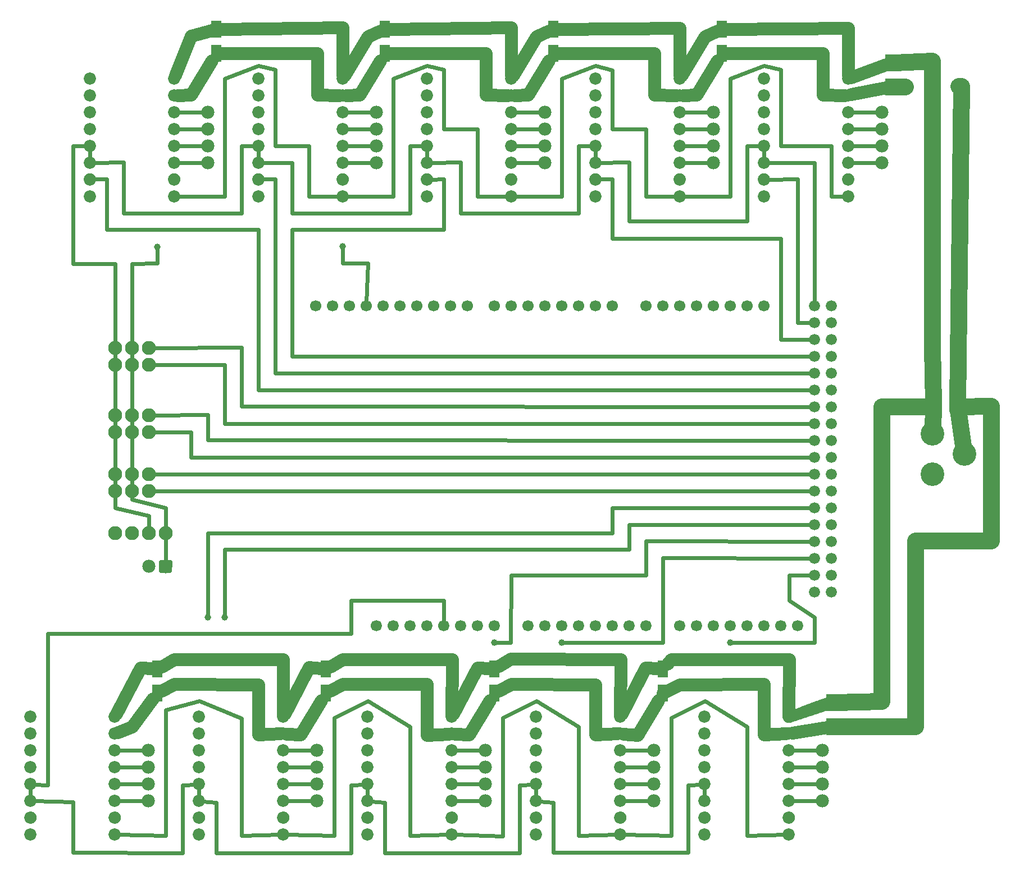
<source format=gtl>
G04 MADE WITH FRITZING*
G04 WWW.FRITZING.ORG*
G04 DOUBLE SIDED*
G04 HOLES PLATED*
G04 CONTOUR ON CENTER OF CONTOUR VECTOR*
%ASAXBY*%
%FSLAX23Y23*%
%MOIN*%
%OFA0B0*%
%SFA1.0B1.0*%
%ADD10C,0.066604*%
%ADD11C,0.066632*%
%ADD12C,0.065993*%
%ADD13C,0.078000*%
%ADD14C,0.083307*%
%ADD15C,0.039370*%
%ADD16C,0.072472*%
%ADD17C,0.072445*%
%ADD18C,0.072417*%
%ADD19C,0.140000*%
%ADD20R,0.062992X0.102362*%
%ADD21R,0.102362X0.062992*%
%ADD22C,0.100000*%
%ADD23C,0.024000*%
%ADD24C,0.075000*%
%ADD25C,0.020000*%
%ADD26R,0.001000X0.001000*%
%LNCOPPER1*%
G90*
G70*
G54D10*
X3987Y1602D03*
X4087Y1602D03*
X4187Y1602D03*
X4287Y1602D03*
X4387Y1602D03*
X4487Y1602D03*
X4587Y1602D03*
X4687Y1602D03*
X3087Y1602D03*
X3187Y1602D03*
X3287Y1602D03*
X3387Y1602D03*
X3487Y1602D03*
X3587Y1602D03*
X3687Y1602D03*
X3787Y1602D03*
G54D11*
X3787Y3502D03*
X3887Y3502D03*
X3987Y3502D03*
X4087Y3502D03*
X4187Y3502D03*
X4287Y3502D03*
X4387Y3502D03*
X4487Y3502D03*
G54D10*
X2187Y1602D03*
X2287Y1602D03*
X2387Y1602D03*
X2487Y1602D03*
X2587Y1602D03*
X2687Y1602D03*
X2787Y1602D03*
X2887Y1602D03*
G54D11*
X2727Y3502D03*
X2627Y3502D03*
X2527Y3502D03*
X2427Y3502D03*
X2327Y3502D03*
X2227Y3502D03*
X2127Y3502D03*
X2027Y3502D03*
X1927Y3502D03*
X1827Y3502D03*
X3587Y3502D03*
X3487Y3502D03*
X3387Y3502D03*
X3287Y3502D03*
X3187Y3502D03*
X3087Y3502D03*
X2987Y3502D03*
X2887Y3502D03*
G54D12*
X4787Y3502D03*
X4887Y3502D03*
X4787Y3402D03*
X4887Y3402D03*
X4787Y3302D03*
X4887Y3302D03*
X4787Y3202D03*
X4887Y3202D03*
X4787Y3102D03*
X4887Y3102D03*
X4787Y3002D03*
X4887Y3002D03*
X4787Y2902D03*
X4887Y2902D03*
X4787Y2802D03*
X4887Y2802D03*
X4787Y2702D03*
X4887Y2702D03*
X4787Y2602D03*
X4887Y2602D03*
X4787Y2502D03*
X4887Y2502D03*
X4787Y2402D03*
X4887Y2402D03*
X4787Y2302D03*
X4887Y2302D03*
X4787Y2202D03*
X4887Y2202D03*
X4787Y2102D03*
X4887Y2102D03*
X4787Y2002D03*
X4887Y2002D03*
X4787Y1902D03*
X4887Y1902D03*
X4787Y1802D03*
X4887Y1802D03*
G54D13*
X3835Y861D03*
X3835Y761D03*
X3835Y661D03*
X3835Y561D03*
X2835Y860D03*
X2835Y760D03*
X2835Y660D03*
X2835Y560D03*
X1835Y861D03*
X1835Y761D03*
X1835Y661D03*
X1835Y561D03*
X835Y861D03*
X835Y761D03*
X835Y661D03*
X835Y561D03*
X4187Y4652D03*
X4187Y4552D03*
X4187Y4452D03*
X4187Y4352D03*
X3187Y4652D03*
X3187Y4552D03*
X3187Y4452D03*
X3187Y4352D03*
X4835Y861D03*
X4835Y761D03*
X4835Y661D03*
X4835Y561D03*
X5187Y4652D03*
X5187Y4552D03*
X5187Y4452D03*
X5187Y4352D03*
X2187Y4652D03*
X2187Y4552D03*
X2187Y4452D03*
X2187Y4352D03*
X1187Y4652D03*
X1187Y4552D03*
X1187Y4452D03*
X1187Y4352D03*
G54D14*
X837Y2502D03*
X737Y2502D03*
X637Y2502D03*
X837Y2502D03*
X737Y2502D03*
X637Y2502D03*
X637Y2402D03*
X737Y2402D03*
X837Y2402D03*
X837Y2852D03*
X737Y2852D03*
X637Y2852D03*
X837Y2852D03*
X737Y2852D03*
X637Y2852D03*
X637Y2752D03*
X737Y2752D03*
X837Y2752D03*
X837Y3252D03*
X737Y3252D03*
X637Y3252D03*
X837Y3252D03*
X737Y3252D03*
X637Y3252D03*
X637Y3152D03*
X737Y3152D03*
X837Y3152D03*
X937Y2152D03*
X837Y2152D03*
X737Y2152D03*
X637Y2152D03*
G54D13*
X937Y1952D03*
X837Y1954D03*
G54D15*
X5337Y4802D03*
X5637Y4802D03*
X887Y3852D03*
X1988Y3854D03*
X4287Y1502D03*
X3287Y1502D03*
X2887Y1502D03*
X1287Y1652D03*
X1187Y1652D03*
G54D16*
X3635Y361D03*
X3135Y1061D03*
X3135Y961D03*
X3135Y861D03*
X3135Y761D03*
X3135Y661D03*
G54D17*
X3135Y561D03*
X3135Y461D03*
G54D16*
X3135Y360D03*
G54D17*
X3635Y1061D03*
G54D18*
X3635Y961D03*
G54D17*
X3635Y861D03*
G54D16*
X3635Y761D03*
G54D17*
X3635Y661D03*
G54D18*
X3635Y561D03*
X3635Y461D03*
G54D16*
X2635Y360D03*
X2135Y1061D03*
X2135Y961D03*
X2135Y861D03*
X2135Y760D03*
X2135Y660D03*
G54D17*
X2135Y560D03*
X2135Y460D03*
G54D16*
X2135Y360D03*
G54D17*
X2635Y1061D03*
G54D18*
X2635Y961D03*
G54D17*
X2635Y861D03*
G54D16*
X2635Y760D03*
G54D17*
X2635Y660D03*
G54D18*
X2635Y561D03*
X2635Y460D03*
G54D16*
X1635Y361D03*
X1135Y1061D03*
X1135Y961D03*
X1135Y861D03*
X1135Y761D03*
X1135Y661D03*
G54D17*
X1135Y561D03*
X1135Y461D03*
G54D16*
X1135Y360D03*
G54D17*
X1635Y1061D03*
G54D18*
X1635Y961D03*
G54D17*
X1635Y861D03*
G54D16*
X1635Y761D03*
G54D17*
X1635Y661D03*
G54D18*
X1635Y561D03*
X1635Y461D03*
G54D16*
X635Y361D03*
X135Y1061D03*
X135Y961D03*
X135Y861D03*
X135Y761D03*
X135Y661D03*
G54D17*
X135Y561D03*
X135Y461D03*
G54D16*
X135Y360D03*
G54D17*
X635Y1061D03*
G54D18*
X635Y961D03*
G54D17*
X635Y861D03*
G54D16*
X635Y761D03*
G54D17*
X635Y661D03*
G54D18*
X635Y561D03*
X635Y461D03*
G54D16*
X3987Y4152D03*
X3487Y4852D03*
X3487Y4752D03*
X3487Y4652D03*
X3487Y4552D03*
X3487Y4452D03*
G54D17*
X3487Y4352D03*
X3487Y4252D03*
G54D16*
X3487Y4152D03*
G54D17*
X3987Y4852D03*
G54D18*
X3987Y4752D03*
G54D17*
X3987Y4652D03*
G54D16*
X3987Y4552D03*
G54D17*
X3987Y4452D03*
G54D18*
X3987Y4352D03*
X3987Y4252D03*
G54D16*
X2987Y4152D03*
X2487Y4852D03*
X2487Y4752D03*
X2487Y4652D03*
X2487Y4552D03*
X2487Y4452D03*
G54D17*
X2487Y4352D03*
X2487Y4252D03*
G54D16*
X2487Y4152D03*
G54D17*
X2987Y4852D03*
G54D18*
X2987Y4752D03*
G54D17*
X2987Y4652D03*
G54D16*
X2987Y4552D03*
G54D17*
X2987Y4452D03*
G54D18*
X2987Y4352D03*
X2987Y4252D03*
G54D16*
X4635Y361D03*
X4135Y1061D03*
X4135Y961D03*
X4135Y861D03*
X4135Y761D03*
X4135Y661D03*
G54D17*
X4135Y561D03*
X4135Y461D03*
G54D16*
X4135Y360D03*
G54D17*
X4635Y1061D03*
G54D18*
X4635Y961D03*
G54D17*
X4635Y861D03*
G54D16*
X4635Y761D03*
G54D17*
X4635Y661D03*
G54D18*
X4635Y561D03*
X4635Y461D03*
G54D16*
X4987Y4152D03*
X4487Y4852D03*
X4487Y4752D03*
X4487Y4652D03*
X4487Y4552D03*
X4487Y4452D03*
G54D17*
X4487Y4352D03*
X4487Y4252D03*
G54D16*
X4487Y4152D03*
G54D17*
X4987Y4852D03*
G54D18*
X4987Y4752D03*
G54D17*
X4987Y4652D03*
G54D16*
X4987Y4552D03*
G54D17*
X4987Y4452D03*
G54D18*
X4987Y4352D03*
X4987Y4252D03*
G54D16*
X1987Y4152D03*
X1487Y4852D03*
X1487Y4752D03*
X1487Y4652D03*
X1487Y4552D03*
X1487Y4452D03*
G54D17*
X1487Y4352D03*
X1487Y4252D03*
G54D16*
X1487Y4152D03*
G54D17*
X1987Y4852D03*
G54D18*
X1987Y4752D03*
G54D17*
X1987Y4652D03*
G54D16*
X1987Y4552D03*
G54D17*
X1987Y4452D03*
G54D18*
X1987Y4352D03*
X1987Y4252D03*
G54D16*
X987Y4152D03*
X487Y4852D03*
X487Y4752D03*
X487Y4652D03*
X487Y4552D03*
X487Y4452D03*
G54D17*
X487Y4352D03*
X487Y4252D03*
G54D16*
X487Y4152D03*
G54D17*
X987Y4852D03*
G54D18*
X987Y4752D03*
G54D17*
X987Y4652D03*
G54D16*
X987Y4552D03*
G54D17*
X987Y4452D03*
G54D18*
X987Y4352D03*
X987Y4252D03*
G54D19*
X5487Y2742D03*
X5487Y2502D03*
X5677Y2622D03*
G54D20*
X4887Y1144D03*
X4887Y1002D03*
X3887Y1344D03*
X3887Y1202D03*
X2887Y1344D03*
X2887Y1202D03*
X1887Y1344D03*
X1887Y1202D03*
X887Y1344D03*
X887Y1202D03*
X5237Y4944D03*
X5237Y4802D03*
X4237Y5144D03*
X4237Y5002D03*
X3237Y5144D03*
X3237Y5002D03*
X2237Y5144D03*
X2237Y5002D03*
X1237Y5144D03*
X1237Y5002D03*
G54D21*
X5495Y2902D03*
X5637Y2902D03*
G54D22*
X5836Y2103D02*
X5386Y2103D01*
D02*
X5386Y2103D02*
X5386Y1002D01*
D02*
X5836Y2903D02*
X5836Y2103D01*
D02*
X5386Y1002D02*
X4913Y1002D01*
D02*
X5637Y2902D02*
X5836Y2903D01*
G54D23*
D02*
X487Y4371D02*
X487Y4433D01*
D02*
X4386Y4452D02*
X4468Y4452D01*
D02*
X4386Y4003D02*
X4386Y4452D01*
D02*
X3688Y4003D02*
X4386Y4003D01*
D02*
X3688Y4353D02*
X3688Y4003D01*
D02*
X3487Y4352D02*
X3688Y4353D01*
D02*
X386Y3752D02*
X636Y3752D01*
D02*
X636Y3752D02*
X637Y3274D01*
D02*
X386Y4452D02*
X386Y3752D01*
D02*
X468Y4452D02*
X386Y4452D01*
D02*
X1388Y4452D02*
X1388Y4052D01*
D02*
X1388Y4052D02*
X687Y4052D01*
D02*
X687Y4052D02*
X687Y4353D01*
D02*
X687Y4353D02*
X506Y4352D01*
D02*
X1487Y4452D02*
X1388Y4452D01*
G54D24*
D02*
X4486Y954D02*
X4616Y960D01*
D02*
X3986Y1252D02*
X4488Y1253D01*
D02*
X3887Y1202D02*
X3986Y1252D01*
D02*
X4488Y1253D02*
X4486Y954D01*
D02*
X4654Y964D02*
X4861Y998D01*
G54D23*
D02*
X737Y3174D02*
X737Y3231D01*
D02*
X737Y2852D02*
X737Y3131D01*
D02*
X4135Y661D02*
X4135Y579D01*
D02*
X4037Y654D02*
X4037Y254D01*
D02*
X4037Y254D02*
X3237Y254D01*
D02*
X3237Y254D02*
X3237Y551D01*
D02*
X3237Y551D02*
X3154Y559D01*
D02*
X4116Y659D02*
X4037Y654D01*
G54D24*
D02*
X4988Y5151D02*
X4987Y4871D01*
D02*
X4263Y5144D02*
X4988Y5151D01*
D02*
X5211Y4935D02*
X5005Y4859D01*
G54D22*
D02*
X5487Y4953D02*
X5263Y4945D01*
D02*
X5487Y3252D02*
X5487Y4953D01*
D02*
X5495Y2928D02*
X5487Y3252D01*
D02*
X5641Y2876D02*
X5670Y2672D01*
D02*
X5494Y2876D02*
X5490Y2792D01*
G54D24*
D02*
X1087Y5103D02*
X994Y4870D01*
D02*
X1211Y5137D02*
X1087Y5103D01*
D02*
X1986Y5153D02*
X1263Y5144D01*
D02*
X1987Y4871D02*
X1986Y5153D01*
D02*
X2137Y5102D02*
X1997Y4869D01*
D02*
X2211Y5133D02*
X2137Y5102D01*
D02*
X2988Y5153D02*
X2263Y5144D01*
D02*
X2987Y4871D02*
X2988Y5153D01*
D02*
X3138Y5102D02*
X2997Y4868D01*
D02*
X3211Y5133D02*
X3138Y5102D01*
D02*
X3987Y5152D02*
X3263Y5144D01*
D02*
X3987Y4871D02*
X3987Y5152D01*
D02*
X4137Y5102D02*
X3997Y4869D01*
D02*
X4211Y5133D02*
X4137Y5102D01*
D02*
X2788Y1351D02*
X2644Y1077D01*
D02*
X2861Y1346D02*
X2788Y1351D01*
D02*
X2985Y1404D02*
X2913Y1360D01*
D02*
X3637Y1400D02*
X2985Y1404D01*
D02*
X3635Y1079D02*
X3637Y1400D01*
D02*
X3785Y1352D02*
X3644Y1077D01*
D02*
X3861Y1346D02*
X3785Y1352D01*
D02*
X3938Y1400D02*
X3913Y1373D01*
D02*
X4636Y1400D02*
X3938Y1400D01*
D02*
X4635Y1079D02*
X4636Y1400D01*
G54D22*
D02*
X5187Y1152D02*
X4913Y1145D01*
D02*
X5187Y2902D02*
X5187Y1152D01*
D02*
X5450Y2902D02*
X5187Y2902D01*
G54D23*
D02*
X1006Y4352D02*
X1168Y4352D01*
D02*
X1006Y4452D02*
X1168Y4452D01*
D02*
X1006Y4552D02*
X1168Y4552D01*
D02*
X1006Y4652D02*
X1168Y4652D01*
G54D24*
D02*
X787Y1352D02*
X644Y1077D01*
D02*
X861Y1346D02*
X787Y1352D01*
D02*
X987Y1400D02*
X913Y1359D01*
D02*
X1635Y1400D02*
X987Y1400D01*
D02*
X1635Y1079D02*
X1635Y1400D01*
D02*
X1788Y1354D02*
X1644Y1077D01*
D02*
X1861Y1347D02*
X1788Y1354D01*
D02*
X1986Y1400D02*
X1913Y1359D01*
D02*
X2638Y1400D02*
X1986Y1400D01*
D02*
X2635Y1079D02*
X2638Y1400D01*
G54D23*
D02*
X3006Y4452D02*
X3168Y4452D01*
D02*
X3006Y4552D02*
X3168Y4552D01*
D02*
X3006Y4652D02*
X3168Y4652D01*
D02*
X2006Y4652D02*
X2168Y4652D01*
D02*
X2006Y4552D02*
X2168Y4552D01*
D02*
X2006Y4352D02*
X2168Y4352D01*
D02*
X2006Y4452D02*
X2168Y4452D01*
D02*
X5006Y4552D02*
X5168Y4552D01*
D02*
X5006Y4652D02*
X5168Y4652D01*
D02*
X4006Y4352D02*
X4168Y4352D01*
D02*
X4006Y4452D02*
X4168Y4452D01*
D02*
X4006Y4552D02*
X4168Y4552D01*
D02*
X4006Y4652D02*
X4168Y4652D01*
D02*
X3006Y4352D02*
X3168Y4352D01*
D02*
X3816Y661D02*
X3654Y661D01*
D02*
X3816Y761D02*
X3654Y761D01*
D02*
X3816Y861D02*
X3654Y861D01*
D02*
X4654Y561D02*
X4816Y561D01*
D02*
X4654Y661D02*
X4816Y661D01*
D02*
X4654Y761D02*
X4816Y761D01*
D02*
X4654Y861D02*
X4816Y861D01*
D02*
X5006Y4352D02*
X5168Y4352D01*
D02*
X5006Y4452D02*
X5168Y4452D01*
D02*
X1816Y761D02*
X1654Y761D01*
D02*
X1816Y861D02*
X1654Y861D01*
D02*
X2816Y560D02*
X2654Y561D01*
D02*
X2816Y660D02*
X2654Y660D01*
D02*
X2654Y760D02*
X2816Y760D01*
D02*
X2654Y861D02*
X2816Y860D01*
D02*
X3816Y561D02*
X3654Y561D01*
D02*
X816Y561D02*
X654Y561D01*
D02*
X816Y661D02*
X654Y661D01*
D02*
X816Y761D02*
X654Y761D01*
D02*
X1816Y561D02*
X1654Y561D01*
D02*
X1816Y661D02*
X1654Y661D01*
G54D24*
D02*
X2988Y1253D02*
X2913Y1215D01*
D02*
X3488Y1252D02*
X2988Y1253D01*
D02*
X3488Y954D02*
X3488Y1252D01*
D02*
X3616Y960D02*
X3488Y954D01*
D02*
X3861Y1159D02*
X3736Y951D01*
D02*
X3736Y951D02*
X3654Y959D01*
G54D23*
D02*
X816Y861D02*
X654Y861D01*
G54D22*
D02*
X5329Y4802D02*
X5263Y4802D01*
G54D24*
D02*
X736Y1002D02*
X653Y968D01*
D02*
X861Y1168D02*
X736Y1002D01*
D02*
X988Y1253D02*
X913Y1215D01*
D02*
X1487Y1252D02*
X988Y1253D01*
D02*
X1487Y954D02*
X1487Y1252D01*
D02*
X1616Y960D02*
X1487Y954D01*
D02*
X1736Y954D02*
X1654Y959D01*
D02*
X1861Y1159D02*
X1736Y954D01*
D02*
X2488Y1254D02*
X2488Y952D01*
D02*
X1987Y1253D02*
X2488Y1254D01*
D02*
X1913Y1215D02*
X1987Y1253D01*
D02*
X2488Y952D02*
X2616Y959D01*
D02*
X2737Y954D02*
X2654Y959D01*
D02*
X2861Y1159D02*
X2737Y954D01*
D02*
X2836Y5002D02*
X2263Y5002D01*
D02*
X2838Y4753D02*
X2836Y5002D01*
D02*
X2968Y4752D02*
X2838Y4753D01*
D02*
X3087Y4753D02*
X3006Y4752D01*
D02*
X3211Y4959D02*
X3087Y4753D01*
D02*
X3838Y5002D02*
X3263Y5002D01*
D02*
X3836Y4753D02*
X3838Y5002D01*
D02*
X3968Y4752D02*
X3836Y4753D01*
D02*
X4086Y4753D02*
X4006Y4752D01*
D02*
X4211Y4959D02*
X4086Y4753D01*
D02*
X4836Y4753D02*
X4836Y5002D01*
D02*
X4836Y5002D02*
X4263Y5002D01*
D02*
X4968Y4752D02*
X4836Y4753D01*
D02*
X5211Y4797D02*
X5005Y4756D01*
G54D23*
D02*
X1487Y4371D02*
X1487Y4433D01*
D02*
X2487Y4433D02*
X2487Y4371D01*
D02*
X3487Y4433D02*
X3487Y4371D01*
D02*
X4487Y4371D02*
X4487Y4433D01*
G54D24*
D02*
X1087Y4753D02*
X1006Y4752D01*
D02*
X1211Y4959D02*
X1087Y4753D01*
D02*
X1336Y5001D02*
X1263Y5002D01*
D02*
X1838Y5002D02*
X1336Y5001D01*
D02*
X1837Y4753D02*
X1838Y5002D01*
D02*
X1968Y4752D02*
X1837Y4753D01*
D02*
X2088Y4753D02*
X2006Y4752D01*
D02*
X2211Y4959D02*
X2088Y4753D01*
G54D23*
D02*
X3588Y4253D02*
X3506Y4253D01*
D02*
X3588Y3902D02*
X3588Y4253D01*
D02*
X4588Y3902D02*
X3588Y3902D01*
D02*
X4586Y3301D02*
X4588Y3902D01*
D02*
X4768Y3302D02*
X4586Y3301D01*
D02*
X4687Y3402D02*
X4686Y4253D01*
D02*
X4686Y4253D02*
X4506Y4252D01*
D02*
X4768Y3402D02*
X4687Y3402D01*
G54D22*
D02*
X5661Y4803D02*
X5645Y4803D01*
D02*
X5637Y2928D02*
X5661Y4803D01*
G54D23*
D02*
X587Y4253D02*
X506Y4253D01*
D02*
X2386Y4452D02*
X2468Y4452D01*
D02*
X2688Y4353D02*
X2687Y4052D01*
D02*
X3387Y4052D02*
X3387Y4452D01*
D02*
X3387Y4452D02*
X3468Y4452D01*
D02*
X2506Y4352D02*
X2688Y4353D01*
D02*
X2687Y4052D02*
X3387Y4052D01*
D02*
X587Y3953D02*
X587Y4253D01*
D02*
X1487Y3953D02*
X587Y3953D01*
D02*
X1487Y3002D02*
X1487Y3953D01*
D02*
X4768Y3002D02*
X1487Y3002D01*
D02*
X1587Y4253D02*
X1506Y4253D01*
D02*
X1586Y3101D02*
X1587Y4253D01*
D02*
X4768Y3102D02*
X1586Y3101D01*
D02*
X1689Y3201D02*
X1688Y3953D01*
D02*
X1688Y3953D02*
X2587Y3953D01*
D02*
X2587Y3953D02*
X2588Y4253D01*
D02*
X2588Y4253D02*
X2506Y4252D01*
D02*
X4768Y3202D02*
X1689Y3201D01*
D02*
X4787Y3521D02*
X4787Y4352D01*
D02*
X4787Y4352D02*
X4506Y4352D01*
D02*
X637Y3152D02*
X637Y2874D01*
D02*
X637Y3174D02*
X637Y3231D01*
D02*
X1687Y4352D02*
X1687Y4052D01*
D02*
X1687Y4052D02*
X2387Y4052D01*
D02*
X2387Y4052D02*
X2386Y4452D01*
D02*
X1506Y4352D02*
X1687Y4352D01*
D02*
X737Y2481D02*
X737Y2424D01*
D02*
X737Y2831D02*
X737Y2774D01*
D02*
X637Y2481D02*
X637Y2424D01*
D02*
X637Y2731D02*
X637Y2524D01*
D02*
X637Y2831D02*
X637Y2774D01*
D02*
X4768Y2502D02*
X859Y2502D01*
D02*
X1087Y2752D02*
X859Y2752D01*
D02*
X1087Y2602D02*
X1087Y2752D01*
D02*
X4768Y2602D02*
X1087Y2602D01*
D02*
X1189Y2853D02*
X859Y2852D01*
D02*
X1189Y2704D02*
X1189Y2853D01*
D02*
X4768Y2702D02*
X1189Y2704D01*
D02*
X1287Y3152D02*
X859Y3152D01*
D02*
X1289Y2801D02*
X1287Y3152D01*
D02*
X4768Y2802D02*
X1289Y2801D01*
D02*
X1389Y3253D02*
X859Y3252D01*
D02*
X1388Y2903D02*
X1389Y3253D01*
D02*
X4768Y2902D02*
X1388Y2903D01*
D02*
X737Y2524D02*
X737Y2731D01*
D02*
X937Y2131D02*
X937Y1971D01*
D02*
X837Y2253D02*
X638Y2302D01*
D02*
X638Y2302D02*
X637Y2381D01*
D02*
X837Y2174D02*
X837Y2253D01*
D02*
X938Y2302D02*
X736Y2351D01*
D02*
X736Y2351D02*
X737Y2381D01*
D02*
X937Y2174D02*
X938Y2302D01*
D02*
X4768Y2402D02*
X859Y2402D01*
D02*
X1787Y4152D02*
X1968Y4152D01*
D02*
X1788Y4452D02*
X1787Y4152D01*
D02*
X1586Y4452D02*
X1787Y4452D01*
D02*
X1586Y4903D02*
X1586Y4452D01*
D02*
X1487Y4928D02*
X1586Y4903D01*
D02*
X1288Y4852D02*
X1487Y4928D01*
D02*
X1288Y4152D02*
X1288Y4852D01*
D02*
X2137Y3753D02*
X2128Y3521D01*
D02*
X1988Y3753D02*
X2137Y3753D01*
D02*
X1988Y3846D02*
X1988Y3753D01*
D02*
X888Y3753D02*
X887Y3844D01*
D02*
X738Y3752D02*
X888Y3753D01*
D02*
X737Y3274D02*
X738Y3752D01*
D02*
X2895Y1502D02*
X2985Y1502D01*
D02*
X2985Y1502D02*
X2988Y1901D01*
D02*
X2988Y1901D02*
X3788Y1901D01*
D02*
X3788Y1901D02*
X3788Y2103D01*
D02*
X3788Y2103D02*
X4768Y2102D01*
D02*
X3295Y1502D02*
X3887Y1502D01*
D02*
X3887Y1502D02*
X3887Y2003D01*
D02*
X4789Y1502D02*
X4787Y1652D01*
D02*
X4787Y1652D02*
X4637Y1752D01*
D02*
X3887Y2003D02*
X4768Y2002D01*
D02*
X4295Y1502D02*
X4789Y1502D01*
D02*
X4637Y1752D02*
X4639Y1902D01*
D02*
X4639Y1902D02*
X4768Y1902D01*
D02*
X4287Y4152D02*
X4006Y4152D01*
D02*
X4588Y4903D02*
X4487Y4928D01*
D02*
X4487Y4928D02*
X4287Y4852D01*
D02*
X4588Y4452D02*
X4588Y4903D01*
D02*
X4888Y4452D02*
X4588Y4452D01*
D02*
X4887Y4152D02*
X4888Y4452D01*
D02*
X4968Y4152D02*
X4887Y4152D01*
D02*
X4287Y4852D02*
X4287Y4152D01*
D02*
X3788Y4552D02*
X3586Y4552D01*
D02*
X3586Y4552D02*
X3588Y4901D01*
D02*
X3787Y4152D02*
X3788Y4552D01*
D02*
X3486Y4928D02*
X3288Y4852D01*
D02*
X3588Y4901D02*
X3486Y4928D01*
D02*
X3287Y4152D02*
X3006Y4152D01*
D02*
X3968Y4152D02*
X3787Y4152D01*
D02*
X3288Y4852D02*
X3287Y4152D01*
D02*
X2786Y4552D02*
X2587Y4552D01*
D02*
X2588Y4552D02*
X2588Y4903D01*
D02*
X2787Y4152D02*
X2786Y4552D01*
D02*
X2487Y4928D02*
X2287Y4852D01*
D02*
X2588Y4903D02*
X2487Y4928D01*
D02*
X2287Y4152D02*
X2006Y4152D01*
D02*
X2968Y4152D02*
X2787Y4152D01*
D02*
X2287Y4852D02*
X2287Y4152D01*
D02*
X1006Y4152D02*
X1288Y4152D01*
D02*
X3687Y2053D02*
X3687Y2202D01*
D02*
X1287Y2053D02*
X3687Y2053D01*
D02*
X1287Y1660D02*
X1287Y2053D01*
D02*
X3687Y2202D02*
X4768Y2202D01*
D02*
X1187Y1660D02*
X1189Y2152D01*
D02*
X1189Y2152D02*
X3589Y2152D01*
D02*
X3589Y2152D02*
X3587Y2302D01*
D02*
X3587Y2302D02*
X4768Y2302D01*
D02*
X2238Y551D02*
X2154Y559D01*
D02*
X2238Y252D02*
X2238Y551D01*
D02*
X3037Y250D02*
X2238Y252D01*
D02*
X3036Y654D02*
X3037Y250D01*
D02*
X3135Y579D02*
X3135Y642D01*
D02*
X3116Y659D02*
X3036Y654D01*
D02*
X2037Y250D02*
X1237Y252D01*
D02*
X2037Y654D02*
X2037Y250D01*
D02*
X1237Y551D02*
X1154Y559D01*
D02*
X1237Y252D02*
X1237Y551D01*
D02*
X2135Y579D02*
X2135Y642D01*
D02*
X1135Y579D02*
X1135Y642D01*
D02*
X2116Y659D02*
X2037Y654D01*
D02*
X1036Y654D02*
X1037Y250D01*
D02*
X1037Y250D02*
X389Y254D01*
D02*
X389Y254D02*
X389Y554D01*
D02*
X389Y554D02*
X154Y560D01*
D02*
X1116Y659D02*
X1036Y654D01*
D02*
X135Y642D02*
X135Y579D01*
D02*
X2037Y1752D02*
X2588Y1752D01*
D02*
X2037Y1553D02*
X2037Y1752D01*
D02*
X236Y1555D02*
X2037Y1553D01*
D02*
X236Y653D02*
X236Y1555D01*
D02*
X2588Y1752D02*
X2587Y1621D01*
D02*
X154Y659D02*
X236Y653D01*
D02*
X937Y353D02*
X937Y1101D01*
D02*
X937Y1101D02*
X1138Y1154D01*
D02*
X1388Y1052D02*
X1388Y354D01*
D02*
X1388Y354D02*
X1616Y360D01*
D02*
X654Y360D02*
X937Y353D01*
D02*
X1138Y1154D02*
X1388Y1052D01*
D02*
X1938Y354D02*
X1938Y1054D01*
D02*
X1938Y1054D02*
X2136Y1154D01*
D02*
X2386Y1002D02*
X2386Y354D01*
D02*
X2386Y354D02*
X2616Y360D01*
D02*
X1654Y360D02*
X1938Y354D01*
D02*
X2136Y1154D02*
X2386Y1002D01*
D02*
X2937Y1054D02*
X3136Y1154D01*
D02*
X2937Y352D02*
X2937Y1054D01*
D02*
X3387Y1002D02*
X3387Y354D01*
D02*
X3387Y354D02*
X3616Y360D01*
D02*
X2654Y360D02*
X2937Y352D01*
D02*
X3136Y1154D02*
X3387Y1002D01*
D02*
X3938Y353D02*
X3938Y1054D01*
D02*
X3938Y1054D02*
X4137Y1154D01*
D02*
X4386Y1002D02*
X4386Y353D01*
D02*
X4386Y353D02*
X4616Y360D01*
D02*
X3654Y360D02*
X3938Y353D01*
D02*
X4137Y1154D02*
X4386Y1002D01*
G54D25*
X965Y1923D02*
X907Y1924D01*
X908Y1982D01*
X966Y1981D01*
X965Y1923D01*
D02*
G54D26*
X484Y4288D02*
X491Y4288D01*
X984Y4288D02*
X991Y4288D01*
X1484Y4288D02*
X1491Y4288D01*
X1984Y4288D02*
X1991Y4288D01*
X2484Y4288D02*
X2491Y4288D01*
X2984Y4288D02*
X2991Y4288D01*
X3484Y4288D02*
X3491Y4288D01*
X3984Y4288D02*
X3991Y4288D01*
X4484Y4288D02*
X4491Y4288D01*
X4984Y4288D02*
X4991Y4288D01*
X479Y4287D02*
X496Y4287D01*
X979Y4287D02*
X996Y4287D01*
X1479Y4287D02*
X1496Y4287D01*
X1979Y4287D02*
X1996Y4287D01*
X2479Y4287D02*
X2496Y4287D01*
X2979Y4287D02*
X2996Y4287D01*
X3479Y4287D02*
X3496Y4287D01*
X3979Y4287D02*
X3996Y4287D01*
X4479Y4287D02*
X4496Y4287D01*
X4979Y4287D02*
X4996Y4287D01*
X476Y4286D02*
X499Y4286D01*
X976Y4286D02*
X999Y4286D01*
X1476Y4286D02*
X1499Y4286D01*
X1976Y4286D02*
X1999Y4286D01*
X2476Y4286D02*
X2499Y4286D01*
X2976Y4286D02*
X2999Y4286D01*
X3476Y4286D02*
X3499Y4286D01*
X3976Y4286D02*
X3999Y4286D01*
X4476Y4286D02*
X4499Y4286D01*
X4976Y4286D02*
X4999Y4286D01*
X473Y4285D02*
X502Y4285D01*
X973Y4285D02*
X1002Y4285D01*
X1473Y4285D02*
X1502Y4285D01*
X1973Y4285D02*
X2001Y4285D01*
X2473Y4285D02*
X2501Y4285D01*
X2973Y4285D02*
X3001Y4285D01*
X3473Y4285D02*
X3501Y4285D01*
X3973Y4285D02*
X4001Y4285D01*
X4473Y4285D02*
X4501Y4285D01*
X4973Y4285D02*
X5001Y4285D01*
X471Y4284D02*
X504Y4284D01*
X971Y4284D02*
X1004Y4284D01*
X1471Y4284D02*
X1504Y4284D01*
X1971Y4284D02*
X2004Y4284D01*
X2471Y4284D02*
X2504Y4284D01*
X2971Y4284D02*
X3003Y4284D01*
X3471Y4284D02*
X3504Y4284D01*
X3971Y4284D02*
X4003Y4284D01*
X4471Y4284D02*
X4503Y4284D01*
X4971Y4284D02*
X5003Y4284D01*
X469Y4283D02*
X505Y4283D01*
X969Y4283D02*
X1005Y4283D01*
X1469Y4283D02*
X1505Y4283D01*
X1969Y4283D02*
X2005Y4283D01*
X2469Y4283D02*
X2505Y4283D01*
X2969Y4283D02*
X3005Y4283D01*
X3469Y4283D02*
X3505Y4283D01*
X3969Y4283D02*
X4005Y4283D01*
X4469Y4283D02*
X4505Y4283D01*
X4969Y4283D02*
X5005Y4283D01*
X468Y4282D02*
X507Y4282D01*
X968Y4282D02*
X1007Y4282D01*
X1468Y4282D02*
X1507Y4282D01*
X1968Y4282D02*
X2007Y4282D01*
X2468Y4282D02*
X2507Y4282D01*
X2968Y4282D02*
X3007Y4282D01*
X3468Y4282D02*
X3507Y4282D01*
X3968Y4282D02*
X4007Y4282D01*
X4467Y4282D02*
X4507Y4282D01*
X4967Y4282D02*
X5007Y4282D01*
X466Y4281D02*
X509Y4281D01*
X966Y4281D02*
X1009Y4281D01*
X1466Y4281D02*
X1509Y4281D01*
X1966Y4281D02*
X2008Y4281D01*
X2466Y4281D02*
X2508Y4281D01*
X2966Y4281D02*
X3008Y4281D01*
X3466Y4281D02*
X3508Y4281D01*
X3966Y4281D02*
X4008Y4281D01*
X4466Y4281D02*
X4508Y4281D01*
X4966Y4281D02*
X5008Y4281D01*
X465Y4280D02*
X510Y4280D01*
X965Y4280D02*
X1010Y4280D01*
X1465Y4280D02*
X1510Y4280D01*
X1965Y4280D02*
X2010Y4280D01*
X2465Y4280D02*
X2510Y4280D01*
X2965Y4280D02*
X3010Y4280D01*
X3465Y4280D02*
X3510Y4280D01*
X3965Y4280D02*
X4010Y4280D01*
X4465Y4280D02*
X4510Y4280D01*
X4965Y4280D02*
X5010Y4280D01*
X464Y4279D02*
X511Y4279D01*
X964Y4279D02*
X1011Y4279D01*
X1464Y4279D02*
X1511Y4279D01*
X1964Y4279D02*
X2011Y4279D01*
X2464Y4279D02*
X2511Y4279D01*
X2964Y4279D02*
X3011Y4279D01*
X3464Y4279D02*
X3511Y4279D01*
X3964Y4279D02*
X4011Y4279D01*
X4464Y4279D02*
X4511Y4279D01*
X4964Y4279D02*
X5011Y4279D01*
X463Y4278D02*
X512Y4278D01*
X963Y4278D02*
X1012Y4278D01*
X1463Y4278D02*
X1512Y4278D01*
X1963Y4278D02*
X2012Y4278D01*
X2463Y4278D02*
X2512Y4278D01*
X2963Y4278D02*
X3012Y4278D01*
X3463Y4278D02*
X3512Y4278D01*
X3962Y4278D02*
X4012Y4278D01*
X4462Y4278D02*
X4512Y4278D01*
X4962Y4278D02*
X5012Y4278D01*
X462Y4277D02*
X513Y4277D01*
X962Y4277D02*
X1013Y4277D01*
X1462Y4277D02*
X1513Y4277D01*
X1962Y4277D02*
X2013Y4277D01*
X2462Y4277D02*
X2513Y4277D01*
X2962Y4277D02*
X3013Y4277D01*
X3462Y4277D02*
X3513Y4277D01*
X3962Y4277D02*
X4013Y4277D01*
X4461Y4277D02*
X4513Y4277D01*
X4961Y4277D02*
X5013Y4277D01*
X461Y4276D02*
X514Y4276D01*
X961Y4276D02*
X1014Y4276D01*
X1461Y4276D02*
X1514Y4276D01*
X1961Y4276D02*
X2014Y4276D01*
X2461Y4276D02*
X2514Y4276D01*
X2961Y4276D02*
X3014Y4276D01*
X3461Y4276D02*
X3514Y4276D01*
X3961Y4276D02*
X4014Y4276D01*
X4461Y4276D02*
X4514Y4276D01*
X4961Y4276D02*
X5014Y4276D01*
X460Y4275D02*
X515Y4275D01*
X960Y4275D02*
X1015Y4275D01*
X1460Y4275D02*
X1515Y4275D01*
X1960Y4275D02*
X2015Y4275D01*
X2460Y4275D02*
X2515Y4275D01*
X2960Y4275D02*
X3015Y4275D01*
X3460Y4275D02*
X3515Y4275D01*
X3960Y4275D02*
X4015Y4275D01*
X4460Y4275D02*
X4515Y4275D01*
X4960Y4275D02*
X5015Y4275D01*
X459Y4274D02*
X516Y4274D01*
X959Y4274D02*
X1016Y4274D01*
X1459Y4274D02*
X1516Y4274D01*
X1959Y4274D02*
X2016Y4274D01*
X2459Y4274D02*
X2516Y4274D01*
X2959Y4274D02*
X3016Y4274D01*
X3459Y4274D02*
X3516Y4274D01*
X3959Y4274D02*
X4015Y4274D01*
X4459Y4274D02*
X4515Y4274D01*
X4959Y4274D02*
X5015Y4274D01*
X458Y4273D02*
X516Y4273D01*
X958Y4273D02*
X1016Y4273D01*
X1458Y4273D02*
X1516Y4273D01*
X1958Y4273D02*
X2016Y4273D01*
X2458Y4273D02*
X2516Y4273D01*
X2958Y4273D02*
X3016Y4273D01*
X3458Y4273D02*
X3516Y4273D01*
X3958Y4273D02*
X4016Y4273D01*
X4458Y4273D02*
X4516Y4273D01*
X4958Y4273D02*
X5016Y4273D01*
X458Y4272D02*
X517Y4272D01*
X958Y4272D02*
X1017Y4272D01*
X1458Y4272D02*
X1517Y4272D01*
X1958Y4272D02*
X2017Y4272D01*
X2458Y4272D02*
X2517Y4272D01*
X2958Y4272D02*
X3017Y4272D01*
X3458Y4272D02*
X3517Y4272D01*
X3958Y4272D02*
X4017Y4272D01*
X4458Y4272D02*
X4517Y4272D01*
X4958Y4272D02*
X5017Y4272D01*
X457Y4271D02*
X518Y4271D01*
X957Y4271D02*
X1018Y4271D01*
X1457Y4271D02*
X1518Y4271D01*
X1957Y4271D02*
X2018Y4271D01*
X2457Y4271D02*
X2518Y4271D01*
X2957Y4271D02*
X3017Y4271D01*
X3457Y4271D02*
X3517Y4271D01*
X3957Y4271D02*
X4017Y4271D01*
X4457Y4271D02*
X4517Y4271D01*
X4957Y4271D02*
X5017Y4271D01*
X457Y4270D02*
X481Y4270D01*
X494Y4270D02*
X518Y4270D01*
X957Y4270D02*
X981Y4270D01*
X994Y4270D02*
X1018Y4270D01*
X1457Y4270D02*
X1481Y4270D01*
X1494Y4270D02*
X1518Y4270D01*
X1957Y4270D02*
X1981Y4270D01*
X1994Y4270D02*
X2018Y4270D01*
X2457Y4270D02*
X2481Y4270D01*
X2494Y4270D02*
X2518Y4270D01*
X2957Y4270D02*
X2981Y4270D01*
X2994Y4270D02*
X3018Y4270D01*
X3456Y4270D02*
X3481Y4270D01*
X3494Y4270D02*
X3518Y4270D01*
X3956Y4270D02*
X3981Y4270D01*
X3994Y4270D02*
X4018Y4270D01*
X4456Y4270D02*
X4481Y4270D01*
X4494Y4270D02*
X4518Y4270D01*
X4956Y4270D02*
X4981Y4270D01*
X4994Y4270D02*
X5018Y4270D01*
X456Y4269D02*
X478Y4269D01*
X496Y4269D02*
X519Y4269D01*
X956Y4269D02*
X978Y4269D01*
X996Y4269D02*
X1019Y4269D01*
X1456Y4269D02*
X1478Y4269D01*
X1496Y4269D02*
X1519Y4269D01*
X1956Y4269D02*
X1978Y4269D01*
X1996Y4269D02*
X2019Y4269D01*
X2456Y4269D02*
X2478Y4269D01*
X2496Y4269D02*
X2519Y4269D01*
X2956Y4269D02*
X2978Y4269D01*
X2996Y4269D02*
X3019Y4269D01*
X3456Y4269D02*
X3478Y4269D01*
X3496Y4269D02*
X3519Y4269D01*
X3956Y4269D02*
X3978Y4269D01*
X3996Y4269D02*
X4019Y4269D01*
X4456Y4269D02*
X4478Y4269D01*
X4496Y4269D02*
X4519Y4269D01*
X4956Y4269D02*
X4978Y4269D01*
X4996Y4269D02*
X5019Y4269D01*
X456Y4268D02*
X477Y4268D01*
X498Y4268D02*
X519Y4268D01*
X956Y4268D02*
X977Y4268D01*
X998Y4268D02*
X1019Y4268D01*
X1456Y4268D02*
X1477Y4268D01*
X1498Y4268D02*
X1519Y4268D01*
X1956Y4268D02*
X1977Y4268D01*
X1998Y4268D02*
X2019Y4268D01*
X2456Y4268D02*
X2477Y4268D01*
X2498Y4268D02*
X2519Y4268D01*
X2955Y4268D02*
X2977Y4268D01*
X2998Y4268D02*
X3019Y4268D01*
X3455Y4268D02*
X3477Y4268D01*
X3498Y4268D02*
X3519Y4268D01*
X3955Y4268D02*
X3977Y4268D01*
X3998Y4268D02*
X4019Y4268D01*
X4455Y4268D02*
X4476Y4268D01*
X4498Y4268D02*
X4519Y4268D01*
X4955Y4268D02*
X4976Y4268D01*
X4998Y4268D02*
X5019Y4268D01*
X455Y4267D02*
X475Y4267D01*
X499Y4267D02*
X520Y4267D01*
X955Y4267D02*
X975Y4267D01*
X999Y4267D02*
X1020Y4267D01*
X1455Y4267D02*
X1475Y4267D01*
X1499Y4267D02*
X1520Y4267D01*
X1955Y4267D02*
X1975Y4267D01*
X1999Y4267D02*
X2020Y4267D01*
X2455Y4267D02*
X2475Y4267D01*
X2499Y4267D02*
X2520Y4267D01*
X2955Y4267D02*
X2975Y4267D01*
X2999Y4267D02*
X3020Y4267D01*
X3455Y4267D02*
X3475Y4267D01*
X3499Y4267D02*
X3520Y4267D01*
X3955Y4267D02*
X3975Y4267D01*
X3999Y4267D02*
X4020Y4267D01*
X4455Y4267D02*
X4475Y4267D01*
X4499Y4267D02*
X4520Y4267D01*
X4955Y4267D02*
X4975Y4267D01*
X4999Y4267D02*
X5019Y4267D01*
X455Y4266D02*
X474Y4266D01*
X501Y4266D02*
X520Y4266D01*
X955Y4266D02*
X974Y4266D01*
X1001Y4266D02*
X1020Y4266D01*
X1455Y4266D02*
X1474Y4266D01*
X1501Y4266D02*
X1520Y4266D01*
X1955Y4266D02*
X1974Y4266D01*
X2001Y4266D02*
X2020Y4266D01*
X2455Y4266D02*
X2474Y4266D01*
X2500Y4266D02*
X2520Y4266D01*
X2955Y4266D02*
X2974Y4266D01*
X3000Y4266D02*
X3020Y4266D01*
X3455Y4266D02*
X3474Y4266D01*
X3500Y4266D02*
X3520Y4266D01*
X3955Y4266D02*
X3974Y4266D01*
X4000Y4266D02*
X4020Y4266D01*
X4454Y4266D02*
X4474Y4266D01*
X4500Y4266D02*
X4520Y4266D01*
X4954Y4266D02*
X4974Y4266D01*
X5000Y4266D02*
X5020Y4266D01*
X454Y4265D02*
X473Y4265D01*
X502Y4265D02*
X521Y4265D01*
X954Y4265D02*
X973Y4265D01*
X1002Y4265D02*
X1021Y4265D01*
X1454Y4265D02*
X1473Y4265D01*
X1502Y4265D02*
X1521Y4265D01*
X1954Y4265D02*
X1973Y4265D01*
X2002Y4265D02*
X2020Y4265D01*
X2454Y4265D02*
X2473Y4265D01*
X2502Y4265D02*
X2520Y4265D01*
X2954Y4265D02*
X2973Y4265D01*
X3001Y4265D02*
X3020Y4265D01*
X3454Y4265D02*
X3473Y4265D01*
X3501Y4265D02*
X3520Y4265D01*
X3954Y4265D02*
X3973Y4265D01*
X4001Y4265D02*
X4020Y4265D01*
X4454Y4265D02*
X4473Y4265D01*
X4501Y4265D02*
X4520Y4265D01*
X4954Y4265D02*
X4973Y4265D01*
X5001Y4265D02*
X5020Y4265D01*
X454Y4264D02*
X472Y4264D01*
X502Y4264D02*
X521Y4264D01*
X954Y4264D02*
X972Y4264D01*
X1002Y4264D02*
X1021Y4264D01*
X1454Y4264D02*
X1472Y4264D01*
X1502Y4264D02*
X1521Y4264D01*
X1954Y4264D02*
X1972Y4264D01*
X2002Y4264D02*
X2021Y4264D01*
X2454Y4264D02*
X2472Y4264D01*
X2502Y4264D02*
X2521Y4264D01*
X2954Y4264D02*
X2972Y4264D01*
X3002Y4264D02*
X3021Y4264D01*
X3454Y4264D02*
X3472Y4264D01*
X3502Y4264D02*
X3521Y4264D01*
X3954Y4264D02*
X3972Y4264D01*
X4002Y4264D02*
X4021Y4264D01*
X4454Y4264D02*
X4472Y4264D01*
X4502Y4264D02*
X4521Y4264D01*
X4954Y4264D02*
X4972Y4264D01*
X5002Y4264D02*
X5021Y4264D01*
X454Y4263D02*
X472Y4263D01*
X503Y4263D02*
X521Y4263D01*
X954Y4263D02*
X972Y4263D01*
X1003Y4263D02*
X1021Y4263D01*
X1454Y4263D02*
X1471Y4263D01*
X1503Y4263D02*
X1521Y4263D01*
X1953Y4263D02*
X1971Y4263D01*
X2003Y4263D02*
X2021Y4263D01*
X2453Y4263D02*
X2471Y4263D01*
X2503Y4263D02*
X2521Y4263D01*
X2953Y4263D02*
X2971Y4263D01*
X3003Y4263D02*
X3021Y4263D01*
X3453Y4263D02*
X3471Y4263D01*
X3503Y4263D02*
X3521Y4263D01*
X3953Y4263D02*
X3971Y4263D01*
X4003Y4263D02*
X4021Y4263D01*
X4453Y4263D02*
X4471Y4263D01*
X4503Y4263D02*
X4521Y4263D01*
X4953Y4263D02*
X4971Y4263D01*
X5003Y4263D02*
X5021Y4263D01*
X453Y4262D02*
X471Y4262D01*
X504Y4262D02*
X522Y4262D01*
X953Y4262D02*
X971Y4262D01*
X1004Y4262D02*
X1022Y4262D01*
X1453Y4262D02*
X1471Y4262D01*
X1504Y4262D02*
X1522Y4262D01*
X1953Y4262D02*
X1971Y4262D01*
X2004Y4262D02*
X2022Y4262D01*
X2453Y4262D02*
X2471Y4262D01*
X2504Y4262D02*
X2522Y4262D01*
X2953Y4262D02*
X2971Y4262D01*
X3004Y4262D02*
X3021Y4262D01*
X3453Y4262D02*
X3471Y4262D01*
X3504Y4262D02*
X3521Y4262D01*
X3953Y4262D02*
X3971Y4262D01*
X4004Y4262D02*
X4021Y4262D01*
X4453Y4262D02*
X4471Y4262D01*
X4504Y4262D02*
X4521Y4262D01*
X4953Y4262D02*
X4971Y4262D01*
X5004Y4262D02*
X5021Y4262D01*
X453Y4261D02*
X470Y4261D01*
X505Y4261D02*
X522Y4261D01*
X953Y4261D02*
X970Y4261D01*
X1005Y4261D02*
X1022Y4261D01*
X1453Y4261D02*
X1470Y4261D01*
X1505Y4261D02*
X1522Y4261D01*
X1953Y4261D02*
X1970Y4261D01*
X2005Y4261D02*
X2022Y4261D01*
X2453Y4261D02*
X2470Y4261D01*
X2505Y4261D02*
X2522Y4261D01*
X2953Y4261D02*
X2970Y4261D01*
X3004Y4261D02*
X3022Y4261D01*
X3453Y4261D02*
X3470Y4261D01*
X3504Y4261D02*
X3522Y4261D01*
X3953Y4261D02*
X3970Y4261D01*
X4004Y4261D02*
X4022Y4261D01*
X4453Y4261D02*
X4470Y4261D01*
X4504Y4261D02*
X4522Y4261D01*
X4953Y4261D02*
X4970Y4261D01*
X5004Y4261D02*
X5022Y4261D01*
X453Y4260D02*
X470Y4260D01*
X505Y4260D02*
X522Y4260D01*
X953Y4260D02*
X970Y4260D01*
X1005Y4260D02*
X1022Y4260D01*
X1453Y4260D02*
X1470Y4260D01*
X1505Y4260D02*
X1522Y4260D01*
X1953Y4260D02*
X1970Y4260D01*
X2005Y4260D02*
X2022Y4260D01*
X2453Y4260D02*
X2470Y4260D01*
X2505Y4260D02*
X2522Y4260D01*
X2953Y4260D02*
X2970Y4260D01*
X3005Y4260D02*
X3022Y4260D01*
X3453Y4260D02*
X3470Y4260D01*
X3505Y4260D02*
X3522Y4260D01*
X3953Y4260D02*
X3970Y4260D01*
X4005Y4260D02*
X4022Y4260D01*
X4452Y4260D02*
X4469Y4260D01*
X4505Y4260D02*
X4522Y4260D01*
X4952Y4260D02*
X4969Y4260D01*
X5005Y4260D02*
X5022Y4260D01*
X452Y4259D02*
X469Y4259D01*
X506Y4259D02*
X522Y4259D01*
X952Y4259D02*
X969Y4259D01*
X1006Y4259D02*
X1022Y4259D01*
X1452Y4259D02*
X1469Y4259D01*
X1506Y4259D02*
X1522Y4259D01*
X1952Y4259D02*
X1969Y4259D01*
X2006Y4259D02*
X2022Y4259D01*
X2452Y4259D02*
X2469Y4259D01*
X2506Y4259D02*
X2522Y4259D01*
X2952Y4259D02*
X2969Y4259D01*
X3005Y4259D02*
X3022Y4259D01*
X3452Y4259D02*
X3469Y4259D01*
X3505Y4259D02*
X3522Y4259D01*
X3952Y4259D02*
X3969Y4259D01*
X4005Y4259D02*
X4022Y4259D01*
X4452Y4259D02*
X4469Y4259D01*
X4505Y4259D02*
X4522Y4259D01*
X4952Y4259D02*
X4969Y4259D01*
X5005Y4259D02*
X5022Y4259D01*
X452Y4258D02*
X469Y4258D01*
X506Y4258D02*
X523Y4258D01*
X952Y4258D02*
X969Y4258D01*
X1006Y4258D02*
X1023Y4258D01*
X1452Y4258D02*
X1469Y4258D01*
X1506Y4258D02*
X1523Y4258D01*
X1952Y4258D02*
X1969Y4258D01*
X2006Y4258D02*
X2022Y4258D01*
X2452Y4258D02*
X2469Y4258D01*
X2506Y4258D02*
X2522Y4258D01*
X2952Y4258D02*
X2969Y4258D01*
X3006Y4258D02*
X3022Y4258D01*
X3452Y4258D02*
X3469Y4258D01*
X3506Y4258D02*
X3522Y4258D01*
X3952Y4258D02*
X3969Y4258D01*
X4006Y4258D02*
X4022Y4258D01*
X4452Y4258D02*
X4469Y4258D01*
X4506Y4258D02*
X4522Y4258D01*
X4952Y4258D02*
X4969Y4258D01*
X5006Y4258D02*
X5022Y4258D01*
X452Y4257D02*
X469Y4257D01*
X506Y4257D02*
X523Y4257D01*
X952Y4257D02*
X969Y4257D01*
X1006Y4257D02*
X1023Y4257D01*
X1452Y4257D02*
X1469Y4257D01*
X1506Y4257D02*
X1523Y4257D01*
X1952Y4257D02*
X1969Y4257D01*
X2006Y4257D02*
X2023Y4257D01*
X2452Y4257D02*
X2469Y4257D01*
X2506Y4257D02*
X2523Y4257D01*
X2952Y4257D02*
X2969Y4257D01*
X3006Y4257D02*
X3023Y4257D01*
X3452Y4257D02*
X3469Y4257D01*
X3506Y4257D02*
X3523Y4257D01*
X3952Y4257D02*
X3968Y4257D01*
X4006Y4257D02*
X4023Y4257D01*
X4452Y4257D02*
X4468Y4257D01*
X4506Y4257D02*
X4523Y4257D01*
X4952Y4257D02*
X4968Y4257D01*
X5006Y4257D02*
X5022Y4257D01*
X452Y4256D02*
X468Y4256D01*
X506Y4256D02*
X523Y4256D01*
X952Y4256D02*
X968Y4256D01*
X1006Y4256D02*
X1023Y4256D01*
X1452Y4256D02*
X1468Y4256D01*
X1506Y4256D02*
X1523Y4256D01*
X1952Y4256D02*
X1968Y4256D01*
X2006Y4256D02*
X2023Y4256D01*
X2452Y4256D02*
X2468Y4256D01*
X2506Y4256D02*
X2523Y4256D01*
X2952Y4256D02*
X2968Y4256D01*
X3006Y4256D02*
X3023Y4256D01*
X3452Y4256D02*
X3468Y4256D01*
X3506Y4256D02*
X3523Y4256D01*
X3952Y4256D02*
X3968Y4256D01*
X4006Y4256D02*
X4023Y4256D01*
X4452Y4256D02*
X4468Y4256D01*
X4506Y4256D02*
X4523Y4256D01*
X4952Y4256D02*
X4968Y4256D01*
X5006Y4256D02*
X5023Y4256D01*
X452Y4255D02*
X468Y4255D01*
X507Y4255D02*
X523Y4255D01*
X952Y4255D02*
X968Y4255D01*
X1007Y4255D02*
X1023Y4255D01*
X1452Y4255D02*
X1468Y4255D01*
X1507Y4255D02*
X1523Y4255D01*
X1952Y4255D02*
X1968Y4255D01*
X2006Y4255D02*
X2023Y4255D01*
X2452Y4255D02*
X2468Y4255D01*
X2506Y4255D02*
X2523Y4255D01*
X2952Y4255D02*
X2968Y4255D01*
X3006Y4255D02*
X3023Y4255D01*
X3452Y4255D02*
X3468Y4255D01*
X3506Y4255D02*
X3523Y4255D01*
X3952Y4255D02*
X3968Y4255D01*
X4006Y4255D02*
X4023Y4255D01*
X4452Y4255D02*
X4468Y4255D01*
X4506Y4255D02*
X4523Y4255D01*
X4952Y4255D02*
X4968Y4255D01*
X5006Y4255D02*
X5023Y4255D01*
X452Y4254D02*
X468Y4254D01*
X507Y4254D02*
X523Y4254D01*
X952Y4254D02*
X968Y4254D01*
X1007Y4254D02*
X1023Y4254D01*
X1452Y4254D02*
X1468Y4254D01*
X1507Y4254D02*
X1523Y4254D01*
X1952Y4254D02*
X1968Y4254D01*
X2007Y4254D02*
X2023Y4254D01*
X2452Y4254D02*
X2468Y4254D01*
X2507Y4254D02*
X2523Y4254D01*
X2952Y4254D02*
X2968Y4254D01*
X3007Y4254D02*
X3023Y4254D01*
X3452Y4254D02*
X3468Y4254D01*
X3506Y4254D02*
X3523Y4254D01*
X3952Y4254D02*
X3968Y4254D01*
X4006Y4254D02*
X4023Y4254D01*
X4452Y4254D02*
X4468Y4254D01*
X4506Y4254D02*
X4523Y4254D01*
X4952Y4254D02*
X4968Y4254D01*
X5006Y4254D02*
X5023Y4254D01*
X452Y4253D02*
X468Y4253D01*
X507Y4253D02*
X523Y4253D01*
X952Y4253D02*
X968Y4253D01*
X1007Y4253D02*
X1023Y4253D01*
X1452Y4253D02*
X1468Y4253D01*
X1507Y4253D02*
X1523Y4253D01*
X1952Y4253D02*
X1968Y4253D01*
X2007Y4253D02*
X2023Y4253D01*
X2452Y4253D02*
X2468Y4253D01*
X2507Y4253D02*
X2523Y4253D01*
X2952Y4253D02*
X2968Y4253D01*
X3007Y4253D02*
X3023Y4253D01*
X3452Y4253D02*
X3468Y4253D01*
X3507Y4253D02*
X3523Y4253D01*
X3952Y4253D02*
X3968Y4253D01*
X4007Y4253D02*
X4023Y4253D01*
X4452Y4253D02*
X4468Y4253D01*
X4507Y4253D02*
X4523Y4253D01*
X4952Y4253D02*
X4968Y4253D01*
X5006Y4253D02*
X5023Y4253D01*
X452Y4252D02*
X468Y4252D01*
X507Y4252D02*
X523Y4252D01*
X952Y4252D02*
X968Y4252D01*
X1007Y4252D02*
X1023Y4252D01*
X1452Y4252D02*
X1468Y4252D01*
X1507Y4252D02*
X1523Y4252D01*
X1952Y4252D02*
X1968Y4252D01*
X2007Y4252D02*
X2023Y4252D01*
X2452Y4252D02*
X2468Y4252D01*
X2507Y4252D02*
X2523Y4252D01*
X2952Y4252D02*
X2968Y4252D01*
X3007Y4252D02*
X3023Y4252D01*
X3452Y4252D02*
X3468Y4252D01*
X3507Y4252D02*
X3523Y4252D01*
X3952Y4252D02*
X3968Y4252D01*
X4007Y4252D02*
X4023Y4252D01*
X4451Y4252D02*
X4468Y4252D01*
X4507Y4252D02*
X4523Y4252D01*
X4951Y4252D02*
X4968Y4252D01*
X5007Y4252D02*
X5023Y4252D01*
X452Y4251D02*
X468Y4251D01*
X507Y4251D02*
X523Y4251D01*
X952Y4251D02*
X968Y4251D01*
X1007Y4251D02*
X1023Y4251D01*
X1452Y4251D02*
X1468Y4251D01*
X1507Y4251D02*
X1523Y4251D01*
X1952Y4251D02*
X1968Y4251D01*
X2007Y4251D02*
X2023Y4251D01*
X2452Y4251D02*
X2468Y4251D01*
X2507Y4251D02*
X2523Y4251D01*
X2952Y4251D02*
X2968Y4251D01*
X3007Y4251D02*
X3023Y4251D01*
X3452Y4251D02*
X3468Y4251D01*
X3507Y4251D02*
X3523Y4251D01*
X3952Y4251D02*
X3968Y4251D01*
X4007Y4251D02*
X4023Y4251D01*
X4452Y4251D02*
X4468Y4251D01*
X4507Y4251D02*
X4523Y4251D01*
X4952Y4251D02*
X4968Y4251D01*
X5006Y4251D02*
X5023Y4251D01*
X452Y4250D02*
X468Y4250D01*
X507Y4250D02*
X523Y4250D01*
X952Y4250D02*
X968Y4250D01*
X1007Y4250D02*
X1023Y4250D01*
X1452Y4250D02*
X1468Y4250D01*
X1507Y4250D02*
X1523Y4250D01*
X1952Y4250D02*
X1968Y4250D01*
X2007Y4250D02*
X2023Y4250D01*
X2452Y4250D02*
X2468Y4250D01*
X2507Y4250D02*
X2523Y4250D01*
X2952Y4250D02*
X2968Y4250D01*
X3007Y4250D02*
X3023Y4250D01*
X3452Y4250D02*
X3468Y4250D01*
X3506Y4250D02*
X3523Y4250D01*
X3952Y4250D02*
X3968Y4250D01*
X4006Y4250D02*
X4023Y4250D01*
X4452Y4250D02*
X4468Y4250D01*
X4506Y4250D02*
X4523Y4250D01*
X4952Y4250D02*
X4968Y4250D01*
X5006Y4250D02*
X5023Y4250D01*
X452Y4249D02*
X468Y4249D01*
X507Y4249D02*
X523Y4249D01*
X952Y4249D02*
X968Y4249D01*
X1007Y4249D02*
X1023Y4249D01*
X1452Y4249D02*
X1468Y4249D01*
X1507Y4249D02*
X1523Y4249D01*
X1952Y4249D02*
X1968Y4249D01*
X2006Y4249D02*
X2023Y4249D01*
X2452Y4249D02*
X2468Y4249D01*
X2506Y4249D02*
X2523Y4249D01*
X2952Y4249D02*
X2968Y4249D01*
X3006Y4249D02*
X3023Y4249D01*
X3452Y4249D02*
X3468Y4249D01*
X3506Y4249D02*
X3523Y4249D01*
X3952Y4249D02*
X3968Y4249D01*
X4006Y4249D02*
X4023Y4249D01*
X4452Y4249D02*
X4468Y4249D01*
X4506Y4249D02*
X4523Y4249D01*
X4952Y4249D02*
X4968Y4249D01*
X5006Y4249D02*
X5023Y4249D01*
X452Y4248D02*
X468Y4248D01*
X506Y4248D02*
X523Y4248D01*
X952Y4248D02*
X968Y4248D01*
X1006Y4248D02*
X1023Y4248D01*
X1452Y4248D02*
X1468Y4248D01*
X1506Y4248D02*
X1523Y4248D01*
X1952Y4248D02*
X1968Y4248D01*
X2006Y4248D02*
X2023Y4248D01*
X2452Y4248D02*
X2468Y4248D01*
X2506Y4248D02*
X2523Y4248D01*
X2952Y4248D02*
X2968Y4248D01*
X3006Y4248D02*
X3023Y4248D01*
X3452Y4248D02*
X3468Y4248D01*
X3506Y4248D02*
X3523Y4248D01*
X3952Y4248D02*
X3968Y4248D01*
X4006Y4248D02*
X4023Y4248D01*
X4452Y4248D02*
X4468Y4248D01*
X4506Y4248D02*
X4523Y4248D01*
X4952Y4248D02*
X4968Y4248D01*
X5006Y4248D02*
X5023Y4248D01*
X452Y4247D02*
X469Y4247D01*
X506Y4247D02*
X523Y4247D01*
X952Y4247D02*
X969Y4247D01*
X1006Y4247D02*
X1023Y4247D01*
X1452Y4247D02*
X1469Y4247D01*
X1506Y4247D02*
X1523Y4247D01*
X1952Y4247D02*
X1969Y4247D01*
X2006Y4247D02*
X2023Y4247D01*
X2452Y4247D02*
X2469Y4247D01*
X2506Y4247D02*
X2523Y4247D01*
X2952Y4247D02*
X2969Y4247D01*
X3006Y4247D02*
X3023Y4247D01*
X3452Y4247D02*
X3469Y4247D01*
X3506Y4247D02*
X3523Y4247D01*
X3952Y4247D02*
X3969Y4247D01*
X4006Y4247D02*
X4023Y4247D01*
X4452Y4247D02*
X4468Y4247D01*
X4506Y4247D02*
X4523Y4247D01*
X4952Y4247D02*
X4968Y4247D01*
X5006Y4247D02*
X5022Y4247D01*
X452Y4246D02*
X469Y4246D01*
X506Y4246D02*
X523Y4246D01*
X952Y4246D02*
X969Y4246D01*
X1006Y4246D02*
X1023Y4246D01*
X1452Y4246D02*
X1469Y4246D01*
X1506Y4246D02*
X1523Y4246D01*
X1952Y4246D02*
X1969Y4246D01*
X2006Y4246D02*
X2022Y4246D01*
X2452Y4246D02*
X2469Y4246D01*
X2506Y4246D02*
X2522Y4246D01*
X2952Y4246D02*
X2969Y4246D01*
X3006Y4246D02*
X3022Y4246D01*
X3452Y4246D02*
X3469Y4246D01*
X3506Y4246D02*
X3522Y4246D01*
X3952Y4246D02*
X3969Y4246D01*
X4006Y4246D02*
X4022Y4246D01*
X4452Y4246D02*
X4469Y4246D01*
X4506Y4246D02*
X4522Y4246D01*
X4952Y4246D02*
X4969Y4246D01*
X5006Y4246D02*
X5022Y4246D01*
X452Y4245D02*
X469Y4245D01*
X506Y4245D02*
X522Y4245D01*
X952Y4245D02*
X969Y4245D01*
X1006Y4245D02*
X1022Y4245D01*
X1452Y4245D02*
X1469Y4245D01*
X1506Y4245D02*
X1522Y4245D01*
X1952Y4245D02*
X1969Y4245D01*
X2005Y4245D02*
X2022Y4245D01*
X2452Y4245D02*
X2469Y4245D01*
X2505Y4245D02*
X2522Y4245D01*
X2952Y4245D02*
X2969Y4245D01*
X3005Y4245D02*
X3022Y4245D01*
X3452Y4245D02*
X3469Y4245D01*
X3505Y4245D02*
X3522Y4245D01*
X3952Y4245D02*
X3969Y4245D01*
X4005Y4245D02*
X4022Y4245D01*
X4452Y4245D02*
X4469Y4245D01*
X4505Y4245D02*
X4522Y4245D01*
X4952Y4245D02*
X4969Y4245D01*
X5005Y4245D02*
X5022Y4245D01*
X453Y4244D02*
X470Y4244D01*
X505Y4244D02*
X522Y4244D01*
X953Y4244D02*
X970Y4244D01*
X1005Y4244D02*
X1022Y4244D01*
X1453Y4244D02*
X1470Y4244D01*
X1505Y4244D02*
X1522Y4244D01*
X1953Y4244D02*
X1970Y4244D01*
X2005Y4244D02*
X2022Y4244D01*
X2453Y4244D02*
X2470Y4244D01*
X2505Y4244D02*
X2522Y4244D01*
X2953Y4244D02*
X2970Y4244D01*
X3005Y4244D02*
X3022Y4244D01*
X3453Y4244D02*
X3470Y4244D01*
X3505Y4244D02*
X3522Y4244D01*
X3953Y4244D02*
X3970Y4244D01*
X4005Y4244D02*
X4022Y4244D01*
X4453Y4244D02*
X4470Y4244D01*
X4505Y4244D02*
X4522Y4244D01*
X4953Y4244D02*
X4970Y4244D01*
X5005Y4244D02*
X5022Y4244D01*
X453Y4243D02*
X470Y4243D01*
X505Y4243D02*
X522Y4243D01*
X953Y4243D02*
X970Y4243D01*
X1005Y4243D02*
X1022Y4243D01*
X1453Y4243D02*
X1470Y4243D01*
X1504Y4243D02*
X1522Y4243D01*
X1953Y4243D02*
X1970Y4243D01*
X2004Y4243D02*
X2022Y4243D01*
X2453Y4243D02*
X2470Y4243D01*
X2504Y4243D02*
X2522Y4243D01*
X2953Y4243D02*
X2970Y4243D01*
X3004Y4243D02*
X3022Y4243D01*
X3453Y4243D02*
X3470Y4243D01*
X3504Y4243D02*
X3522Y4243D01*
X3953Y4243D02*
X3970Y4243D01*
X4004Y4243D02*
X4022Y4243D01*
X4453Y4243D02*
X4470Y4243D01*
X4504Y4243D02*
X4522Y4243D01*
X4953Y4243D02*
X4970Y4243D01*
X5004Y4243D02*
X5022Y4243D01*
X453Y4242D02*
X471Y4242D01*
X504Y4242D02*
X522Y4242D01*
X953Y4242D02*
X971Y4242D01*
X1004Y4242D02*
X1022Y4242D01*
X1453Y4242D02*
X1471Y4242D01*
X1504Y4242D02*
X1522Y4242D01*
X1953Y4242D02*
X1971Y4242D01*
X2004Y4242D02*
X2022Y4242D01*
X2453Y4242D02*
X2471Y4242D01*
X2504Y4242D02*
X2521Y4242D01*
X2953Y4242D02*
X2971Y4242D01*
X3004Y4242D02*
X3021Y4242D01*
X3453Y4242D02*
X3471Y4242D01*
X3504Y4242D02*
X3521Y4242D01*
X3953Y4242D02*
X3971Y4242D01*
X4004Y4242D02*
X4021Y4242D01*
X4453Y4242D02*
X4471Y4242D01*
X4504Y4242D02*
X4521Y4242D01*
X4953Y4242D02*
X4971Y4242D01*
X5004Y4242D02*
X5021Y4242D01*
X454Y4241D02*
X472Y4241D01*
X503Y4241D02*
X521Y4241D01*
X954Y4241D02*
X972Y4241D01*
X1003Y4241D02*
X1021Y4241D01*
X1454Y4241D02*
X1472Y4241D01*
X1503Y4241D02*
X1521Y4241D01*
X1954Y4241D02*
X1972Y4241D01*
X2003Y4241D02*
X2021Y4241D01*
X2453Y4241D02*
X2472Y4241D01*
X2503Y4241D02*
X2521Y4241D01*
X2953Y4241D02*
X2972Y4241D01*
X3003Y4241D02*
X3021Y4241D01*
X3453Y4241D02*
X3472Y4241D01*
X3503Y4241D02*
X3521Y4241D01*
X3953Y4241D02*
X3971Y4241D01*
X4003Y4241D02*
X4021Y4241D01*
X4453Y4241D02*
X4471Y4241D01*
X4503Y4241D02*
X4521Y4241D01*
X4953Y4241D02*
X4971Y4241D01*
X5003Y4241D02*
X5021Y4241D01*
X454Y4240D02*
X473Y4240D01*
X502Y4240D02*
X521Y4240D01*
X954Y4240D02*
X973Y4240D01*
X1002Y4240D02*
X1021Y4240D01*
X1454Y4240D02*
X1472Y4240D01*
X1502Y4240D02*
X1521Y4240D01*
X1954Y4240D02*
X1972Y4240D01*
X2002Y4240D02*
X2021Y4240D01*
X2454Y4240D02*
X2472Y4240D01*
X2502Y4240D02*
X2521Y4240D01*
X2954Y4240D02*
X2972Y4240D01*
X3002Y4240D02*
X3021Y4240D01*
X3454Y4240D02*
X3472Y4240D01*
X3502Y4240D02*
X3521Y4240D01*
X3954Y4240D02*
X3972Y4240D01*
X4002Y4240D02*
X4021Y4240D01*
X4454Y4240D02*
X4472Y4240D01*
X4502Y4240D02*
X4521Y4240D01*
X4954Y4240D02*
X4972Y4240D01*
X5002Y4240D02*
X5021Y4240D01*
X454Y4239D02*
X473Y4239D01*
X501Y4239D02*
X521Y4239D01*
X954Y4239D02*
X973Y4239D01*
X1001Y4239D02*
X1021Y4239D01*
X1454Y4239D02*
X1473Y4239D01*
X1501Y4239D02*
X1520Y4239D01*
X1954Y4239D02*
X1973Y4239D01*
X2001Y4239D02*
X2020Y4239D01*
X2454Y4239D02*
X2473Y4239D01*
X2501Y4239D02*
X2520Y4239D01*
X2954Y4239D02*
X2973Y4239D01*
X3001Y4239D02*
X3020Y4239D01*
X3454Y4239D02*
X3473Y4239D01*
X3501Y4239D02*
X3520Y4239D01*
X3954Y4239D02*
X3973Y4239D01*
X4001Y4239D02*
X4020Y4239D01*
X4454Y4239D02*
X4473Y4239D01*
X4501Y4239D02*
X4520Y4239D01*
X4954Y4239D02*
X4973Y4239D01*
X5001Y4239D02*
X5020Y4239D01*
X455Y4238D02*
X474Y4238D01*
X500Y4238D02*
X520Y4238D01*
X955Y4238D02*
X974Y4238D01*
X1000Y4238D02*
X1020Y4238D01*
X1455Y4238D02*
X1474Y4238D01*
X1500Y4238D02*
X1520Y4238D01*
X1955Y4238D02*
X1974Y4238D01*
X2000Y4238D02*
X2020Y4238D01*
X2455Y4238D02*
X2474Y4238D01*
X2500Y4238D02*
X2520Y4238D01*
X2955Y4238D02*
X2974Y4238D01*
X3000Y4238D02*
X3020Y4238D01*
X3455Y4238D02*
X3474Y4238D01*
X3500Y4238D02*
X3520Y4238D01*
X3955Y4238D02*
X3974Y4238D01*
X4000Y4238D02*
X4020Y4238D01*
X4455Y4238D02*
X4474Y4238D01*
X4500Y4238D02*
X4520Y4238D01*
X4954Y4238D02*
X4974Y4238D01*
X5000Y4238D02*
X5020Y4238D01*
X455Y4237D02*
X476Y4237D01*
X499Y4237D02*
X520Y4237D01*
X955Y4237D02*
X976Y4237D01*
X999Y4237D02*
X1020Y4237D01*
X1455Y4237D02*
X1476Y4237D01*
X1499Y4237D02*
X1520Y4237D01*
X1955Y4237D02*
X1976Y4237D01*
X1999Y4237D02*
X2020Y4237D01*
X2455Y4237D02*
X2475Y4237D01*
X2499Y4237D02*
X2520Y4237D01*
X2955Y4237D02*
X2975Y4237D01*
X2999Y4237D02*
X3020Y4237D01*
X3455Y4237D02*
X3475Y4237D01*
X3499Y4237D02*
X3520Y4237D01*
X3955Y4237D02*
X3975Y4237D01*
X3999Y4237D02*
X4019Y4237D01*
X4455Y4237D02*
X4475Y4237D01*
X4499Y4237D02*
X4519Y4237D01*
X4955Y4237D02*
X4975Y4237D01*
X4999Y4237D02*
X5019Y4237D01*
X456Y4236D02*
X477Y4236D01*
X498Y4236D02*
X519Y4236D01*
X956Y4236D02*
X977Y4236D01*
X998Y4236D02*
X1019Y4236D01*
X1456Y4236D02*
X1477Y4236D01*
X1498Y4236D02*
X1519Y4236D01*
X1956Y4236D02*
X1977Y4236D01*
X1998Y4236D02*
X2019Y4236D01*
X2456Y4236D02*
X2477Y4236D01*
X2498Y4236D02*
X2519Y4236D01*
X2956Y4236D02*
X2977Y4236D01*
X2998Y4236D02*
X3019Y4236D01*
X3456Y4236D02*
X3477Y4236D01*
X3498Y4236D02*
X3519Y4236D01*
X3956Y4236D02*
X3977Y4236D01*
X3998Y4236D02*
X4019Y4236D01*
X4455Y4236D02*
X4477Y4236D01*
X4498Y4236D02*
X4519Y4236D01*
X4955Y4236D02*
X4977Y4236D01*
X4998Y4236D02*
X5019Y4236D01*
X456Y4235D02*
X479Y4235D01*
X496Y4235D02*
X519Y4235D01*
X956Y4235D02*
X979Y4235D01*
X996Y4235D02*
X1019Y4235D01*
X1456Y4235D02*
X1479Y4235D01*
X1496Y4235D02*
X1519Y4235D01*
X1956Y4235D02*
X1979Y4235D01*
X1996Y4235D02*
X2019Y4235D01*
X2456Y4235D02*
X2479Y4235D01*
X2496Y4235D02*
X2519Y4235D01*
X2956Y4235D02*
X2979Y4235D01*
X2996Y4235D02*
X3019Y4235D01*
X3456Y4235D02*
X3479Y4235D01*
X3496Y4235D02*
X3519Y4235D01*
X3956Y4235D02*
X3979Y4235D01*
X3996Y4235D02*
X4019Y4235D01*
X4456Y4235D02*
X4478Y4235D01*
X4496Y4235D02*
X4519Y4235D01*
X4956Y4235D02*
X4978Y4235D01*
X4996Y4235D02*
X5018Y4235D01*
X457Y4234D02*
X481Y4234D01*
X494Y4234D02*
X518Y4234D01*
X957Y4234D02*
X981Y4234D01*
X993Y4234D02*
X1018Y4234D01*
X1457Y4234D02*
X1481Y4234D01*
X1493Y4234D02*
X1518Y4234D01*
X1957Y4234D02*
X1981Y4234D01*
X1993Y4234D02*
X2018Y4234D01*
X2457Y4234D02*
X2481Y4234D01*
X2493Y4234D02*
X2518Y4234D01*
X2957Y4234D02*
X2981Y4234D01*
X2993Y4234D02*
X3018Y4234D01*
X3457Y4234D02*
X3481Y4234D01*
X3493Y4234D02*
X3518Y4234D01*
X3957Y4234D02*
X3981Y4234D01*
X3993Y4234D02*
X4018Y4234D01*
X4456Y4234D02*
X4481Y4234D01*
X4493Y4234D02*
X4518Y4234D01*
X4956Y4234D02*
X4981Y4234D01*
X4993Y4234D02*
X5018Y4234D01*
X457Y4233D02*
X518Y4233D01*
X957Y4233D02*
X1018Y4233D01*
X1457Y4233D02*
X1518Y4233D01*
X1957Y4233D02*
X2017Y4233D01*
X2457Y4233D02*
X2517Y4233D01*
X2957Y4233D02*
X3017Y4233D01*
X3457Y4233D02*
X3517Y4233D01*
X3957Y4233D02*
X4017Y4233D01*
X4457Y4233D02*
X4517Y4233D01*
X4957Y4233D02*
X5017Y4233D01*
X458Y4232D02*
X517Y4232D01*
X958Y4232D02*
X1017Y4232D01*
X1458Y4232D02*
X1517Y4232D01*
X1958Y4232D02*
X2017Y4232D01*
X2458Y4232D02*
X2517Y4232D01*
X2958Y4232D02*
X3017Y4232D01*
X3458Y4232D02*
X3517Y4232D01*
X3958Y4232D02*
X4017Y4232D01*
X4458Y4232D02*
X4517Y4232D01*
X4958Y4232D02*
X5017Y4232D01*
X459Y4231D02*
X516Y4231D01*
X959Y4231D02*
X1016Y4231D01*
X1459Y4231D02*
X1516Y4231D01*
X1959Y4231D02*
X2016Y4231D01*
X2458Y4231D02*
X2516Y4231D01*
X2958Y4231D02*
X3016Y4231D01*
X3458Y4231D02*
X3516Y4231D01*
X3958Y4231D02*
X4016Y4231D01*
X4458Y4231D02*
X4516Y4231D01*
X4958Y4231D02*
X5016Y4231D01*
X459Y4230D02*
X516Y4230D01*
X959Y4230D02*
X1016Y4230D01*
X1459Y4230D02*
X1516Y4230D01*
X1959Y4230D02*
X2015Y4230D01*
X2459Y4230D02*
X2515Y4230D01*
X2959Y4230D02*
X3015Y4230D01*
X3459Y4230D02*
X3515Y4230D01*
X3959Y4230D02*
X4015Y4230D01*
X4459Y4230D02*
X4515Y4230D01*
X4959Y4230D02*
X5015Y4230D01*
X460Y4229D02*
X515Y4229D01*
X960Y4229D02*
X1015Y4229D01*
X1460Y4229D02*
X1515Y4229D01*
X1960Y4229D02*
X2015Y4229D01*
X2460Y4229D02*
X2515Y4229D01*
X2960Y4229D02*
X3015Y4229D01*
X3460Y4229D02*
X3515Y4229D01*
X3960Y4229D02*
X4015Y4229D01*
X4460Y4229D02*
X4515Y4229D01*
X4960Y4229D02*
X5015Y4229D01*
X461Y4228D02*
X514Y4228D01*
X961Y4228D02*
X1014Y4228D01*
X1461Y4228D02*
X1514Y4228D01*
X1961Y4228D02*
X2014Y4228D01*
X2461Y4228D02*
X2514Y4228D01*
X2961Y4228D02*
X3014Y4228D01*
X3461Y4228D02*
X3514Y4228D01*
X3961Y4228D02*
X4014Y4228D01*
X4461Y4228D02*
X4514Y4228D01*
X4961Y4228D02*
X5014Y4228D01*
X462Y4227D02*
X513Y4227D01*
X962Y4227D02*
X1013Y4227D01*
X1462Y4227D02*
X1513Y4227D01*
X1962Y4227D02*
X2013Y4227D01*
X2462Y4227D02*
X2513Y4227D01*
X2962Y4227D02*
X3013Y4227D01*
X3462Y4227D02*
X3513Y4227D01*
X3962Y4227D02*
X4013Y4227D01*
X4462Y4227D02*
X4513Y4227D01*
X4962Y4227D02*
X5013Y4227D01*
X463Y4226D02*
X512Y4226D01*
X963Y4226D02*
X1012Y4226D01*
X1463Y4226D02*
X1512Y4226D01*
X1963Y4226D02*
X2012Y4226D01*
X2463Y4226D02*
X2512Y4226D01*
X2963Y4226D02*
X3012Y4226D01*
X3463Y4226D02*
X3512Y4226D01*
X3963Y4226D02*
X4012Y4226D01*
X4463Y4226D02*
X4512Y4226D01*
X4963Y4226D02*
X5012Y4226D01*
X464Y4225D02*
X511Y4225D01*
X964Y4225D02*
X1011Y4225D01*
X1464Y4225D02*
X1511Y4225D01*
X1964Y4225D02*
X2011Y4225D01*
X2464Y4225D02*
X2511Y4225D01*
X2964Y4225D02*
X3011Y4225D01*
X3464Y4225D02*
X3511Y4225D01*
X3964Y4225D02*
X4011Y4225D01*
X4464Y4225D02*
X4511Y4225D01*
X4964Y4225D02*
X5011Y4225D01*
X465Y4224D02*
X510Y4224D01*
X965Y4224D02*
X1010Y4224D01*
X1465Y4224D02*
X1510Y4224D01*
X1965Y4224D02*
X2010Y4224D01*
X2465Y4224D02*
X2510Y4224D01*
X2965Y4224D02*
X3010Y4224D01*
X3465Y4224D02*
X3510Y4224D01*
X3965Y4224D02*
X4010Y4224D01*
X4465Y4224D02*
X4510Y4224D01*
X4965Y4224D02*
X5009Y4224D01*
X466Y4223D02*
X508Y4223D01*
X966Y4223D02*
X1008Y4223D01*
X1466Y4223D02*
X1508Y4223D01*
X1966Y4223D02*
X2008Y4223D01*
X2466Y4223D02*
X2508Y4223D01*
X2966Y4223D02*
X3008Y4223D01*
X3466Y4223D02*
X3508Y4223D01*
X3966Y4223D02*
X4008Y4223D01*
X4466Y4223D02*
X4508Y4223D01*
X4966Y4223D02*
X5008Y4223D01*
X468Y4222D02*
X507Y4222D01*
X968Y4222D02*
X1007Y4222D01*
X1468Y4222D02*
X1507Y4222D01*
X1968Y4222D02*
X2007Y4222D01*
X2468Y4222D02*
X2507Y4222D01*
X2968Y4222D02*
X3007Y4222D01*
X3468Y4222D02*
X3507Y4222D01*
X3968Y4222D02*
X4007Y4222D01*
X4468Y4222D02*
X4507Y4222D01*
X4968Y4222D02*
X5007Y4222D01*
X470Y4221D02*
X505Y4221D01*
X970Y4221D02*
X1005Y4221D01*
X1470Y4221D02*
X1505Y4221D01*
X1970Y4221D02*
X2005Y4221D01*
X2469Y4221D02*
X2505Y4221D01*
X2969Y4221D02*
X3005Y4221D01*
X3469Y4221D02*
X3505Y4221D01*
X3969Y4221D02*
X4005Y4221D01*
X4469Y4221D02*
X4505Y4221D01*
X4969Y4221D02*
X5005Y4221D01*
X471Y4220D02*
X503Y4220D01*
X971Y4220D02*
X1003Y4220D01*
X1471Y4220D02*
X1503Y4220D01*
X1971Y4220D02*
X2003Y4220D01*
X2471Y4220D02*
X2503Y4220D01*
X2971Y4220D02*
X3003Y4220D01*
X3471Y4220D02*
X3503Y4220D01*
X3971Y4220D02*
X4003Y4220D01*
X4471Y4220D02*
X4503Y4220D01*
X4971Y4220D02*
X5003Y4220D01*
X474Y4219D02*
X501Y4219D01*
X974Y4219D02*
X1001Y4219D01*
X1474Y4219D02*
X1501Y4219D01*
X1974Y4219D02*
X2001Y4219D01*
X2473Y4219D02*
X2501Y4219D01*
X2973Y4219D02*
X3001Y4219D01*
X3473Y4219D02*
X3501Y4219D01*
X3973Y4219D02*
X4001Y4219D01*
X4473Y4219D02*
X4501Y4219D01*
X4973Y4219D02*
X5001Y4219D01*
X476Y4218D02*
X499Y4218D01*
X976Y4218D02*
X999Y4218D01*
X1476Y4218D02*
X1499Y4218D01*
X1976Y4218D02*
X1999Y4218D01*
X2476Y4218D02*
X2499Y4218D01*
X2976Y4218D02*
X2999Y4218D01*
X3476Y4218D02*
X3499Y4218D01*
X3976Y4218D02*
X3998Y4218D01*
X4476Y4218D02*
X4498Y4218D01*
X4976Y4218D02*
X4998Y4218D01*
X479Y4217D02*
X495Y4217D01*
X980Y4217D02*
X995Y4217D01*
X1479Y4217D02*
X1495Y4217D01*
X1979Y4217D02*
X1995Y4217D01*
X2479Y4217D02*
X2495Y4217D01*
X2979Y4217D02*
X2995Y4217D01*
X3479Y4217D02*
X3495Y4217D01*
X3979Y4217D02*
X3995Y4217D01*
X4479Y4217D02*
X4495Y4217D01*
X4979Y4217D02*
X4995Y4217D01*
X485Y4216D02*
X490Y4216D01*
X985Y4216D02*
X989Y4216D01*
X1485Y4216D02*
X1490Y4216D01*
X1985Y4216D02*
X1989Y4216D01*
X2485Y4216D02*
X2490Y4216D01*
X2985Y4216D02*
X2990Y4216D01*
X3485Y4216D02*
X3490Y4216D01*
X3985Y4216D02*
X3989Y4216D01*
X4485Y4216D02*
X4489Y4216D01*
X4985Y4216D02*
X4989Y4216D01*
X4880Y1181D02*
X4894Y1181D01*
X4876Y1180D02*
X4898Y1180D01*
X4873Y1179D02*
X4901Y1179D01*
X4870Y1178D02*
X4903Y1178D01*
X4867Y1177D02*
X4905Y1177D01*
X4864Y1176D02*
X4907Y1176D01*
X4861Y1175D02*
X4908Y1175D01*
X4858Y1174D02*
X4910Y1174D01*
X4856Y1173D02*
X4911Y1173D01*
X4853Y1172D02*
X4912Y1172D01*
X4850Y1171D02*
X4913Y1171D01*
X4847Y1170D02*
X4914Y1170D01*
X4844Y1169D02*
X4915Y1169D01*
X4841Y1168D02*
X4916Y1168D01*
X4838Y1167D02*
X4917Y1167D01*
X4835Y1166D02*
X4917Y1166D01*
X4832Y1165D02*
X4918Y1165D01*
X4829Y1164D02*
X4919Y1164D01*
X4826Y1163D02*
X4919Y1163D01*
X4824Y1162D02*
X4920Y1162D01*
X4821Y1161D02*
X4920Y1161D01*
X4818Y1160D02*
X4921Y1160D01*
X4815Y1159D02*
X4921Y1159D01*
X4812Y1158D02*
X4922Y1158D01*
X4810Y1157D02*
X4922Y1157D01*
X4807Y1156D02*
X4922Y1156D01*
X4804Y1155D02*
X4923Y1155D01*
X4801Y1154D02*
X4923Y1154D01*
X4798Y1153D02*
X4923Y1153D01*
X4795Y1152D02*
X4923Y1152D01*
X4793Y1151D02*
X4924Y1151D01*
X4790Y1150D02*
X4924Y1150D01*
X4787Y1149D02*
X4924Y1149D01*
X4784Y1148D02*
X4924Y1148D01*
X4782Y1147D02*
X4924Y1147D01*
X4779Y1146D02*
X4924Y1146D01*
X4776Y1145D02*
X4924Y1145D01*
X4773Y1144D02*
X4924Y1144D01*
X4771Y1143D02*
X4924Y1143D01*
X4768Y1142D02*
X4924Y1142D01*
X4765Y1141D02*
X4924Y1141D01*
X4763Y1140D02*
X4924Y1140D01*
X4760Y1139D02*
X4924Y1139D01*
X4757Y1138D02*
X4924Y1138D01*
X4755Y1137D02*
X4923Y1137D01*
X4752Y1136D02*
X4923Y1136D01*
X4749Y1135D02*
X4923Y1135D01*
X4746Y1134D02*
X4923Y1134D01*
X4744Y1133D02*
X4922Y1133D01*
X4741Y1132D02*
X4922Y1132D01*
X4738Y1131D02*
X4922Y1131D01*
X4736Y1130D02*
X4921Y1130D01*
X4733Y1129D02*
X4921Y1129D01*
X4731Y1128D02*
X4920Y1128D01*
X4728Y1127D02*
X4920Y1127D01*
X4725Y1126D02*
X4919Y1126D01*
X4723Y1125D02*
X4919Y1125D01*
X4720Y1124D02*
X4918Y1124D01*
X4718Y1123D02*
X4917Y1123D01*
X4715Y1122D02*
X4917Y1122D01*
X4712Y1121D02*
X4916Y1121D01*
X4710Y1120D02*
X4915Y1120D01*
X4707Y1119D02*
X4914Y1119D01*
X4705Y1118D02*
X4913Y1118D01*
X4702Y1117D02*
X4912Y1117D01*
X4700Y1116D02*
X4911Y1116D01*
X4698Y1115D02*
X4910Y1115D01*
X4695Y1114D02*
X4909Y1114D01*
X4693Y1113D02*
X4907Y1113D01*
X4690Y1112D02*
X4906Y1112D01*
X4688Y1111D02*
X4904Y1111D01*
X4685Y1110D02*
X4902Y1110D01*
X4683Y1109D02*
X4899Y1109D01*
X4680Y1108D02*
X4896Y1108D01*
X4678Y1107D02*
X4893Y1107D01*
X4676Y1106D02*
X4890Y1106D01*
X4673Y1105D02*
X4887Y1105D01*
X4671Y1104D02*
X4884Y1104D01*
X4669Y1103D02*
X4881Y1103D01*
X4666Y1102D02*
X4878Y1102D01*
X4664Y1101D02*
X4875Y1101D01*
X4662Y1100D02*
X4872Y1100D01*
X4660Y1099D02*
X4869Y1099D01*
X4657Y1098D02*
X4866Y1098D01*
X4655Y1097D02*
X4863Y1097D01*
X4653Y1096D02*
X4860Y1096D01*
X4651Y1095D02*
X4857Y1095D01*
X4649Y1094D02*
X4854Y1094D01*
X4646Y1093D02*
X4851Y1093D01*
X4644Y1092D02*
X4848Y1092D01*
X4642Y1091D02*
X4845Y1091D01*
X4640Y1090D02*
X4842Y1090D01*
X4638Y1089D02*
X4839Y1089D01*
X4636Y1088D02*
X4836Y1088D01*
X4634Y1087D02*
X4833Y1087D01*
X4632Y1086D02*
X4830Y1086D01*
X4630Y1085D02*
X4827Y1085D01*
X4628Y1084D02*
X4824Y1084D01*
X4626Y1083D02*
X4821Y1083D01*
X4624Y1082D02*
X4818Y1082D01*
X4622Y1081D02*
X4815Y1081D01*
X4621Y1080D02*
X4812Y1080D01*
X4619Y1079D02*
X4809Y1079D01*
X4617Y1078D02*
X4806Y1078D01*
X4615Y1077D02*
X4803Y1077D01*
X4614Y1076D02*
X4800Y1076D01*
X4612Y1075D02*
X4797Y1075D01*
X4611Y1074D02*
X4794Y1074D01*
X4609Y1073D02*
X4791Y1073D01*
X4608Y1072D02*
X4788Y1072D01*
X4607Y1071D02*
X4785Y1071D01*
X4605Y1070D02*
X4782Y1070D01*
X4604Y1069D02*
X4779Y1069D01*
X4603Y1068D02*
X4776Y1068D01*
X4602Y1067D02*
X4773Y1067D01*
X4601Y1066D02*
X4770Y1066D01*
X4600Y1065D02*
X4767Y1065D01*
X4599Y1064D02*
X4764Y1064D01*
X4599Y1063D02*
X4761Y1063D01*
X4599Y1062D02*
X4758Y1062D01*
X4598Y1061D02*
X4754Y1061D01*
X4598Y1060D02*
X4751Y1060D01*
X4598Y1059D02*
X4748Y1059D01*
X4598Y1058D02*
X4745Y1058D01*
X4599Y1057D02*
X4742Y1057D01*
X4599Y1056D02*
X4739Y1056D01*
X4599Y1055D02*
X4736Y1055D01*
X4599Y1054D02*
X4733Y1054D01*
X4599Y1053D02*
X4730Y1053D01*
X4599Y1052D02*
X4727Y1052D01*
X4600Y1051D02*
X4724Y1051D01*
X4600Y1050D02*
X4721Y1050D01*
X4600Y1049D02*
X4718Y1049D01*
X4601Y1048D02*
X4715Y1048D01*
X4601Y1047D02*
X4712Y1047D01*
X4601Y1046D02*
X4709Y1046D01*
X4602Y1045D02*
X4706Y1045D01*
X4602Y1044D02*
X4703Y1044D01*
X4603Y1043D02*
X4700Y1043D01*
X4603Y1042D02*
X4697Y1042D01*
X4604Y1041D02*
X4694Y1041D01*
X4605Y1040D02*
X4691Y1040D01*
X4605Y1039D02*
X4688Y1039D01*
X4606Y1038D02*
X4685Y1038D01*
X4607Y1037D02*
X4682Y1037D01*
X4608Y1036D02*
X4679Y1036D01*
X4609Y1035D02*
X4676Y1035D01*
X4610Y1034D02*
X4673Y1034D01*
X4611Y1033D02*
X4670Y1033D01*
X4612Y1032D02*
X4667Y1032D01*
X4613Y1031D02*
X4664Y1031D01*
X4614Y1030D02*
X4661Y1030D01*
X4616Y1029D02*
X4658Y1029D01*
X4618Y1028D02*
X4655Y1028D01*
X4620Y1027D02*
X4652Y1027D01*
X4622Y1026D02*
X4649Y1026D01*
X4625Y1025D02*
X4646Y1025D01*
X4629Y1024D02*
X4642Y1024D01*
X134Y497D02*
X137Y497D01*
X634Y497D02*
X637Y497D01*
X1134Y497D02*
X1137Y497D01*
X1634Y497D02*
X1637Y497D01*
X2134Y497D02*
X2137Y497D01*
X2634Y497D02*
X2637Y497D01*
X3134Y497D02*
X3137Y497D01*
X3634Y497D02*
X3637Y497D01*
X4134Y497D02*
X4137Y497D01*
X4634Y497D02*
X4637Y497D01*
X128Y496D02*
X143Y496D01*
X628Y496D02*
X643Y496D01*
X1128Y496D02*
X1143Y496D01*
X1628Y496D02*
X1643Y496D01*
X2128Y496D02*
X2143Y496D01*
X2628Y496D02*
X2643Y496D01*
X3128Y496D02*
X3143Y496D01*
X3628Y496D02*
X3643Y496D01*
X4127Y496D02*
X4143Y496D01*
X4628Y496D02*
X4643Y496D01*
X124Y495D02*
X147Y495D01*
X624Y495D02*
X647Y495D01*
X1124Y495D02*
X1147Y495D01*
X1624Y495D02*
X1647Y495D01*
X2124Y495D02*
X2147Y495D01*
X2624Y495D02*
X2647Y495D01*
X3124Y495D02*
X3147Y495D01*
X3624Y495D02*
X3647Y495D01*
X4124Y495D02*
X4147Y495D01*
X4624Y495D02*
X4647Y495D01*
X122Y494D02*
X149Y494D01*
X622Y494D02*
X649Y494D01*
X1122Y494D02*
X1149Y494D01*
X1622Y494D02*
X1649Y494D01*
X2122Y494D02*
X2149Y494D01*
X2622Y494D02*
X2649Y494D01*
X3122Y494D02*
X3149Y494D01*
X3622Y494D02*
X3649Y494D01*
X4122Y494D02*
X4149Y494D01*
X4622Y494D02*
X4649Y494D01*
X120Y493D02*
X151Y493D01*
X620Y493D02*
X651Y493D01*
X1120Y493D02*
X1151Y493D01*
X1620Y493D02*
X1651Y493D01*
X2120Y493D02*
X2151Y493D01*
X2620Y493D02*
X2651Y493D01*
X3119Y493D02*
X3151Y493D01*
X3619Y493D02*
X3651Y493D01*
X4119Y493D02*
X4151Y493D01*
X4619Y493D02*
X4651Y493D01*
X118Y492D02*
X153Y492D01*
X618Y492D02*
X653Y492D01*
X1118Y492D02*
X1153Y492D01*
X1618Y492D02*
X1653Y492D01*
X2118Y492D02*
X2153Y492D01*
X2618Y492D02*
X2653Y492D01*
X3118Y492D02*
X3153Y492D01*
X3618Y492D02*
X3653Y492D01*
X4118Y492D02*
X4153Y492D01*
X4618Y492D02*
X4653Y492D01*
X116Y491D02*
X155Y491D01*
X616Y491D02*
X655Y491D01*
X1116Y491D02*
X1155Y491D01*
X1616Y491D02*
X1655Y491D01*
X2116Y491D02*
X2155Y491D01*
X2616Y491D02*
X2655Y491D01*
X3116Y491D02*
X3155Y491D01*
X3616Y491D02*
X3655Y491D01*
X4116Y491D02*
X4155Y491D01*
X4616Y491D02*
X4655Y491D01*
X115Y490D02*
X156Y490D01*
X615Y490D02*
X656Y490D01*
X1115Y490D02*
X1156Y490D01*
X1615Y490D02*
X1656Y490D01*
X2115Y490D02*
X2156Y490D01*
X2615Y490D02*
X2656Y490D01*
X3114Y490D02*
X3156Y490D01*
X3614Y490D02*
X3656Y490D01*
X4114Y490D02*
X4156Y490D01*
X4614Y490D02*
X4656Y490D01*
X113Y489D02*
X158Y489D01*
X613Y489D02*
X658Y489D01*
X1113Y489D02*
X1158Y489D01*
X1613Y489D02*
X1658Y489D01*
X2113Y489D02*
X2158Y489D01*
X2613Y489D02*
X2658Y489D01*
X3113Y489D02*
X3158Y489D01*
X3613Y489D02*
X3658Y489D01*
X4113Y489D02*
X4158Y489D01*
X4613Y489D02*
X4658Y489D01*
X112Y488D02*
X159Y488D01*
X612Y488D02*
X659Y488D01*
X1112Y488D02*
X1159Y488D01*
X1612Y488D02*
X1659Y488D01*
X2112Y488D02*
X2159Y488D01*
X2612Y488D02*
X2659Y488D01*
X3112Y488D02*
X3159Y488D01*
X3612Y488D02*
X3659Y488D01*
X4112Y488D02*
X4159Y488D01*
X4612Y488D02*
X4659Y488D01*
X111Y487D02*
X160Y487D01*
X611Y487D02*
X660Y487D01*
X1111Y487D02*
X1160Y487D01*
X1611Y487D02*
X1660Y487D01*
X2111Y487D02*
X2160Y487D01*
X2611Y487D02*
X2660Y487D01*
X3111Y487D02*
X3160Y487D01*
X3611Y487D02*
X3660Y487D01*
X4111Y487D02*
X4160Y487D01*
X4611Y487D02*
X4660Y487D01*
X110Y486D02*
X161Y486D01*
X610Y486D02*
X661Y486D01*
X1110Y486D02*
X1161Y486D01*
X1610Y486D02*
X1661Y486D01*
X2110Y486D02*
X2161Y486D01*
X2610Y486D02*
X2661Y486D01*
X3110Y486D02*
X3161Y486D01*
X3610Y486D02*
X3661Y486D01*
X4110Y486D02*
X4161Y486D01*
X4610Y486D02*
X4661Y486D01*
X109Y485D02*
X162Y485D01*
X609Y485D02*
X662Y485D01*
X1109Y485D02*
X1162Y485D01*
X1609Y485D02*
X1662Y485D01*
X2109Y485D02*
X2162Y485D01*
X2609Y485D02*
X2662Y485D01*
X3109Y485D02*
X3162Y485D01*
X3609Y485D02*
X3662Y485D01*
X4109Y485D02*
X4162Y485D01*
X4609Y485D02*
X4662Y485D01*
X108Y484D02*
X163Y484D01*
X608Y484D02*
X663Y484D01*
X1108Y484D02*
X1163Y484D01*
X1608Y484D02*
X1663Y484D01*
X2108Y484D02*
X2163Y484D01*
X2608Y484D02*
X2663Y484D01*
X3108Y484D02*
X3163Y484D01*
X3608Y484D02*
X3663Y484D01*
X4108Y484D02*
X4163Y484D01*
X4608Y484D02*
X4663Y484D01*
X107Y483D02*
X164Y483D01*
X607Y483D02*
X664Y483D01*
X1107Y483D02*
X1164Y483D01*
X1607Y483D02*
X1664Y483D01*
X2107Y483D02*
X2164Y483D01*
X2607Y483D02*
X2664Y483D01*
X3107Y483D02*
X3164Y483D01*
X3607Y483D02*
X3663Y483D01*
X4107Y483D02*
X4163Y483D01*
X4607Y483D02*
X4663Y483D01*
X107Y482D02*
X164Y482D01*
X607Y482D02*
X664Y482D01*
X1107Y482D02*
X1164Y482D01*
X1607Y482D02*
X1664Y482D01*
X2107Y482D02*
X2164Y482D01*
X2607Y482D02*
X2664Y482D01*
X3107Y482D02*
X3164Y482D01*
X3607Y482D02*
X3664Y482D01*
X4106Y482D02*
X4164Y482D01*
X4606Y482D02*
X4664Y482D01*
X106Y481D02*
X165Y481D01*
X606Y481D02*
X665Y481D01*
X1106Y481D02*
X1165Y481D01*
X1606Y481D02*
X1665Y481D01*
X2106Y481D02*
X2165Y481D01*
X2606Y481D02*
X2665Y481D01*
X3106Y481D02*
X3165Y481D01*
X3606Y481D02*
X3665Y481D01*
X4106Y481D02*
X4165Y481D01*
X4606Y481D02*
X4665Y481D01*
X105Y480D02*
X166Y480D01*
X605Y480D02*
X666Y480D01*
X1105Y480D02*
X1166Y480D01*
X1605Y480D02*
X1666Y480D01*
X2105Y480D02*
X2166Y480D01*
X2605Y480D02*
X2666Y480D01*
X3105Y480D02*
X3166Y480D01*
X3605Y480D02*
X3666Y480D01*
X4105Y480D02*
X4165Y480D01*
X4605Y480D02*
X4665Y480D01*
X105Y479D02*
X130Y479D01*
X142Y479D02*
X166Y479D01*
X605Y479D02*
X630Y479D01*
X642Y479D02*
X666Y479D01*
X1105Y479D02*
X1130Y479D01*
X1142Y479D02*
X1166Y479D01*
X1605Y479D02*
X1630Y479D01*
X1641Y479D02*
X1666Y479D01*
X2105Y479D02*
X2129Y479D01*
X2141Y479D02*
X2166Y479D01*
X2605Y479D02*
X2629Y479D01*
X2641Y479D02*
X2666Y479D01*
X3105Y479D02*
X3129Y479D01*
X3141Y479D02*
X3166Y479D01*
X3605Y479D02*
X3629Y479D01*
X3641Y479D02*
X3666Y479D01*
X4105Y479D02*
X4129Y479D01*
X4141Y479D02*
X4166Y479D01*
X4605Y479D02*
X4629Y479D01*
X4641Y479D02*
X4666Y479D01*
X104Y478D02*
X127Y478D01*
X144Y478D02*
X167Y478D01*
X604Y478D02*
X627Y478D01*
X644Y478D02*
X667Y478D01*
X1104Y478D02*
X1127Y478D01*
X1144Y478D02*
X1167Y478D01*
X1604Y478D02*
X1627Y478D01*
X1644Y478D02*
X1667Y478D01*
X2104Y478D02*
X2127Y478D01*
X2144Y478D02*
X2167Y478D01*
X2604Y478D02*
X2627Y478D01*
X2644Y478D02*
X2667Y478D01*
X3104Y478D02*
X3127Y478D01*
X3144Y478D02*
X3167Y478D01*
X3604Y478D02*
X3627Y478D01*
X3644Y478D02*
X3667Y478D01*
X4104Y478D02*
X4127Y478D01*
X4144Y478D02*
X4167Y478D01*
X4604Y478D02*
X4627Y478D01*
X4644Y478D02*
X4667Y478D01*
X104Y477D02*
X125Y477D01*
X146Y477D02*
X167Y477D01*
X604Y477D02*
X625Y477D01*
X646Y477D02*
X667Y477D01*
X1104Y477D02*
X1125Y477D01*
X1146Y477D02*
X1167Y477D01*
X1604Y477D02*
X1625Y477D01*
X1646Y477D02*
X1667Y477D01*
X2104Y477D02*
X2125Y477D01*
X2146Y477D02*
X2167Y477D01*
X2604Y477D02*
X2625Y477D01*
X2646Y477D02*
X2667Y477D01*
X3104Y477D02*
X3125Y477D01*
X3146Y477D02*
X3167Y477D01*
X3604Y477D02*
X3625Y477D01*
X3646Y477D02*
X3667Y477D01*
X4104Y477D02*
X4125Y477D01*
X4146Y477D02*
X4167Y477D01*
X4604Y477D02*
X4625Y477D01*
X4646Y477D02*
X4667Y477D01*
X103Y476D02*
X124Y476D01*
X147Y476D02*
X168Y476D01*
X603Y476D02*
X624Y476D01*
X647Y476D02*
X668Y476D01*
X1103Y476D02*
X1124Y476D01*
X1147Y476D02*
X1168Y476D01*
X1603Y476D02*
X1624Y476D01*
X1647Y476D02*
X1668Y476D01*
X2103Y476D02*
X2124Y476D01*
X2147Y476D02*
X2168Y476D01*
X2603Y476D02*
X2624Y476D01*
X2647Y476D02*
X2668Y476D01*
X3103Y476D02*
X3124Y476D01*
X3147Y476D02*
X3168Y476D01*
X3603Y476D02*
X3624Y476D01*
X3647Y476D02*
X3668Y476D01*
X4103Y476D02*
X4124Y476D01*
X4147Y476D02*
X4168Y476D01*
X4603Y476D02*
X4624Y476D01*
X4647Y476D02*
X4668Y476D01*
X103Y475D02*
X123Y475D01*
X149Y475D02*
X168Y475D01*
X603Y475D02*
X623Y475D01*
X649Y475D02*
X668Y475D01*
X1103Y475D02*
X1123Y475D01*
X1148Y475D02*
X1168Y475D01*
X1603Y475D02*
X1623Y475D01*
X1648Y475D02*
X1668Y475D01*
X2103Y475D02*
X2122Y475D01*
X2148Y475D02*
X2168Y475D01*
X2603Y475D02*
X2622Y475D01*
X2648Y475D02*
X2668Y475D01*
X3103Y475D02*
X3122Y475D01*
X3148Y475D02*
X3168Y475D01*
X3603Y475D02*
X3622Y475D01*
X3648Y475D02*
X3668Y475D01*
X4103Y475D02*
X4122Y475D01*
X4148Y475D02*
X4168Y475D01*
X4603Y475D02*
X4622Y475D01*
X4648Y475D02*
X4668Y475D01*
X102Y474D02*
X122Y474D01*
X150Y474D02*
X169Y474D01*
X602Y474D02*
X621Y474D01*
X650Y474D02*
X669Y474D01*
X1102Y474D02*
X1121Y474D01*
X1150Y474D02*
X1169Y474D01*
X1602Y474D02*
X1621Y474D01*
X1650Y474D02*
X1669Y474D01*
X2102Y474D02*
X2121Y474D01*
X2149Y474D02*
X2169Y474D01*
X2602Y474D02*
X2621Y474D01*
X2649Y474D02*
X2669Y474D01*
X3102Y474D02*
X3121Y474D01*
X3149Y474D02*
X3169Y474D01*
X3602Y474D02*
X3621Y474D01*
X3649Y474D02*
X3668Y474D01*
X4102Y474D02*
X4121Y474D01*
X4149Y474D02*
X4168Y474D01*
X4602Y474D02*
X4621Y474D01*
X4649Y474D02*
X4668Y474D01*
X102Y473D02*
X121Y473D01*
X150Y473D02*
X169Y473D01*
X602Y473D02*
X621Y473D01*
X650Y473D02*
X669Y473D01*
X1102Y473D02*
X1121Y473D01*
X1150Y473D02*
X1169Y473D01*
X1602Y473D02*
X1621Y473D01*
X1650Y473D02*
X1669Y473D01*
X2102Y473D02*
X2121Y473D01*
X2150Y473D02*
X2169Y473D01*
X2602Y473D02*
X2621Y473D01*
X2650Y473D02*
X2669Y473D01*
X3102Y473D02*
X3120Y473D01*
X3150Y473D02*
X3169Y473D01*
X3602Y473D02*
X3620Y473D01*
X3650Y473D02*
X3669Y473D01*
X4102Y473D02*
X4120Y473D01*
X4150Y473D02*
X4169Y473D01*
X4602Y473D02*
X4620Y473D01*
X4650Y473D02*
X4669Y473D01*
X102Y472D02*
X120Y472D01*
X151Y472D02*
X169Y472D01*
X602Y472D02*
X620Y472D01*
X651Y472D02*
X669Y472D01*
X1102Y472D02*
X1120Y472D01*
X1151Y472D02*
X1169Y472D01*
X1602Y472D02*
X1620Y472D01*
X1651Y472D02*
X1669Y472D01*
X2102Y472D02*
X2120Y472D01*
X2151Y472D02*
X2169Y472D01*
X2602Y472D02*
X2620Y472D01*
X2651Y472D02*
X2669Y472D01*
X3102Y472D02*
X3120Y472D01*
X3151Y472D02*
X3169Y472D01*
X3602Y472D02*
X3620Y472D01*
X3651Y472D02*
X3669Y472D01*
X4102Y472D02*
X4120Y472D01*
X4151Y472D02*
X4169Y472D01*
X4602Y472D02*
X4620Y472D01*
X4651Y472D02*
X4669Y472D01*
X101Y471D02*
X119Y471D01*
X152Y471D02*
X170Y471D01*
X601Y471D02*
X619Y471D01*
X652Y471D02*
X670Y471D01*
X1101Y471D02*
X1119Y471D01*
X1152Y471D02*
X1170Y471D01*
X1601Y471D02*
X1619Y471D01*
X1652Y471D02*
X1670Y471D01*
X2101Y471D02*
X2119Y471D01*
X2152Y471D02*
X2170Y471D01*
X2601Y471D02*
X2619Y471D01*
X2652Y471D02*
X2670Y471D01*
X3101Y471D02*
X3119Y471D01*
X3152Y471D02*
X3170Y471D01*
X3601Y471D02*
X3619Y471D01*
X3652Y471D02*
X3670Y471D01*
X4101Y471D02*
X4119Y471D01*
X4152Y471D02*
X4169Y471D01*
X4601Y471D02*
X4619Y471D01*
X4652Y471D02*
X4669Y471D01*
X101Y470D02*
X118Y470D01*
X153Y470D02*
X170Y470D01*
X601Y470D02*
X618Y470D01*
X653Y470D02*
X670Y470D01*
X1101Y470D02*
X1118Y470D01*
X1153Y470D02*
X1170Y470D01*
X1601Y470D02*
X1618Y470D01*
X1653Y470D02*
X1670Y470D01*
X2101Y470D02*
X2118Y470D01*
X2153Y470D02*
X2170Y470D01*
X2601Y470D02*
X2618Y470D01*
X2653Y470D02*
X2670Y470D01*
X3101Y470D02*
X3118Y470D01*
X3153Y470D02*
X3170Y470D01*
X3601Y470D02*
X3618Y470D01*
X3652Y470D02*
X3670Y470D01*
X4101Y470D02*
X4118Y470D01*
X4152Y470D02*
X4170Y470D01*
X4601Y470D02*
X4618Y470D01*
X4652Y470D02*
X4670Y470D01*
X101Y469D02*
X118Y469D01*
X153Y469D02*
X170Y469D01*
X601Y469D02*
X618Y469D01*
X653Y469D02*
X670Y469D01*
X1101Y469D02*
X1118Y469D01*
X1153Y469D02*
X1170Y469D01*
X1601Y469D02*
X1618Y469D01*
X1653Y469D02*
X1670Y469D01*
X2101Y469D02*
X2118Y469D01*
X2153Y469D02*
X2170Y469D01*
X2601Y469D02*
X2618Y469D01*
X2653Y469D02*
X2670Y469D01*
X3101Y469D02*
X3118Y469D01*
X3153Y469D02*
X3170Y469D01*
X3601Y469D02*
X3618Y469D01*
X3653Y469D02*
X3670Y469D01*
X4101Y469D02*
X4118Y469D01*
X4153Y469D02*
X4170Y469D01*
X4601Y469D02*
X4618Y469D01*
X4653Y469D02*
X4670Y469D01*
X101Y468D02*
X117Y468D01*
X154Y468D02*
X171Y468D01*
X601Y468D02*
X617Y468D01*
X654Y468D02*
X670Y468D01*
X1101Y468D02*
X1117Y468D01*
X1154Y468D02*
X1170Y468D01*
X1601Y468D02*
X1617Y468D01*
X1654Y468D02*
X1670Y468D01*
X2101Y468D02*
X2117Y468D01*
X2154Y468D02*
X2170Y468D01*
X2600Y468D02*
X2617Y468D01*
X2654Y468D02*
X2670Y468D01*
X3100Y468D02*
X3117Y468D01*
X3154Y468D02*
X3170Y468D01*
X3600Y468D02*
X3617Y468D01*
X3654Y468D02*
X3670Y468D01*
X4100Y468D02*
X4117Y468D01*
X4153Y468D02*
X4170Y468D01*
X4600Y468D02*
X4617Y468D01*
X4653Y468D02*
X4670Y468D01*
X100Y467D02*
X117Y467D01*
X154Y467D02*
X171Y467D01*
X600Y467D02*
X617Y467D01*
X654Y467D02*
X671Y467D01*
X1100Y467D02*
X1117Y467D01*
X1154Y467D02*
X1171Y467D01*
X1600Y467D02*
X1617Y467D01*
X1654Y467D02*
X1671Y467D01*
X2100Y467D02*
X2117Y467D01*
X2154Y467D02*
X2171Y467D01*
X2600Y467D02*
X2617Y467D01*
X2654Y467D02*
X2671Y467D01*
X3100Y467D02*
X3117Y467D01*
X3154Y467D02*
X3171Y467D01*
X3600Y467D02*
X3617Y467D01*
X3654Y467D02*
X3671Y467D01*
X4100Y467D02*
X4117Y467D01*
X4154Y467D02*
X4170Y467D01*
X4600Y467D02*
X4617Y467D01*
X4654Y467D02*
X4670Y467D01*
X100Y466D02*
X117Y466D01*
X154Y466D02*
X171Y466D01*
X600Y466D02*
X617Y466D01*
X654Y466D02*
X671Y466D01*
X1100Y466D02*
X1117Y466D01*
X1154Y466D02*
X1171Y466D01*
X1600Y466D02*
X1617Y466D01*
X1654Y466D02*
X1671Y466D01*
X2100Y466D02*
X2117Y466D01*
X2154Y466D02*
X2171Y466D01*
X2600Y466D02*
X2617Y466D01*
X2654Y466D02*
X2671Y466D01*
X3100Y466D02*
X3117Y466D01*
X3154Y466D02*
X3171Y466D01*
X3600Y466D02*
X3617Y466D01*
X3654Y466D02*
X3671Y466D01*
X4100Y466D02*
X4117Y466D01*
X4154Y466D02*
X4171Y466D01*
X4600Y466D02*
X4617Y466D01*
X4654Y466D02*
X4671Y466D01*
X100Y465D02*
X117Y465D01*
X155Y465D02*
X171Y465D01*
X600Y465D02*
X617Y465D01*
X655Y465D02*
X671Y465D01*
X1100Y465D02*
X1117Y465D01*
X1155Y465D02*
X1171Y465D01*
X1600Y465D02*
X1617Y465D01*
X1654Y465D02*
X1671Y465D01*
X2100Y465D02*
X2116Y465D01*
X2154Y465D02*
X2171Y465D01*
X2600Y465D02*
X2616Y465D01*
X2654Y465D02*
X2671Y465D01*
X3100Y465D02*
X3116Y465D01*
X3154Y465D02*
X3171Y465D01*
X3600Y465D02*
X3616Y465D01*
X3654Y465D02*
X3671Y465D01*
X4100Y465D02*
X4116Y465D01*
X4154Y465D02*
X4171Y465D01*
X4600Y465D02*
X4616Y465D01*
X4654Y465D02*
X4671Y465D01*
X100Y464D02*
X116Y464D01*
X155Y464D02*
X171Y464D01*
X600Y464D02*
X616Y464D01*
X655Y464D02*
X671Y464D01*
X1100Y464D02*
X1116Y464D01*
X1155Y464D02*
X1171Y464D01*
X1600Y464D02*
X1616Y464D01*
X1655Y464D02*
X1671Y464D01*
X2100Y464D02*
X2116Y464D01*
X2155Y464D02*
X2171Y464D01*
X2600Y464D02*
X2616Y464D01*
X2655Y464D02*
X2671Y464D01*
X3100Y464D02*
X3116Y464D01*
X3155Y464D02*
X3171Y464D01*
X3600Y464D02*
X3616Y464D01*
X3655Y464D02*
X3671Y464D01*
X4100Y464D02*
X4116Y464D01*
X4154Y464D02*
X4171Y464D01*
X4600Y464D02*
X4616Y464D01*
X4654Y464D02*
X4671Y464D01*
X100Y463D02*
X116Y463D01*
X155Y463D02*
X171Y463D01*
X600Y463D02*
X616Y463D01*
X655Y463D02*
X671Y463D01*
X1100Y463D02*
X1116Y463D01*
X1155Y463D02*
X1171Y463D01*
X1600Y463D02*
X1616Y463D01*
X1655Y463D02*
X1671Y463D01*
X2100Y463D02*
X2116Y463D01*
X2155Y463D02*
X2171Y463D01*
X2600Y463D02*
X2616Y463D01*
X2655Y463D02*
X2671Y463D01*
X3100Y463D02*
X3116Y463D01*
X3155Y463D02*
X3171Y463D01*
X3600Y463D02*
X3616Y463D01*
X3655Y463D02*
X3671Y463D01*
X4100Y463D02*
X4116Y463D01*
X4155Y463D02*
X4171Y463D01*
X4600Y463D02*
X4616Y463D01*
X4655Y463D02*
X4671Y463D01*
X100Y462D02*
X116Y462D01*
X155Y462D02*
X171Y462D01*
X600Y462D02*
X616Y462D01*
X655Y462D02*
X671Y462D01*
X1100Y462D02*
X1116Y462D01*
X1155Y462D02*
X1171Y462D01*
X1600Y462D02*
X1616Y462D01*
X1655Y462D02*
X1671Y462D01*
X2100Y462D02*
X2116Y462D01*
X2155Y462D02*
X2171Y462D01*
X2600Y462D02*
X2616Y462D01*
X2655Y462D02*
X2671Y462D01*
X3100Y462D02*
X3116Y462D01*
X3155Y462D02*
X3171Y462D01*
X3600Y462D02*
X3616Y462D01*
X3655Y462D02*
X3671Y462D01*
X4100Y462D02*
X4116Y462D01*
X4155Y462D02*
X4171Y462D01*
X4600Y462D02*
X4616Y462D01*
X4655Y462D02*
X4671Y462D01*
X100Y461D02*
X116Y461D01*
X155Y461D02*
X171Y461D01*
X600Y461D02*
X616Y461D01*
X655Y461D02*
X671Y461D01*
X1100Y461D02*
X1116Y461D01*
X1155Y461D02*
X1171Y461D01*
X1600Y461D02*
X1616Y461D01*
X1655Y461D02*
X1671Y461D01*
X2100Y461D02*
X2116Y461D01*
X2155Y461D02*
X2171Y461D01*
X2600Y461D02*
X2616Y461D01*
X2655Y461D02*
X2671Y461D01*
X3100Y461D02*
X3116Y461D01*
X3155Y461D02*
X3171Y461D01*
X3600Y461D02*
X3616Y461D01*
X3655Y461D02*
X3671Y461D01*
X4100Y461D02*
X4116Y461D01*
X4155Y461D02*
X4171Y461D01*
X4600Y461D02*
X4616Y461D01*
X4655Y461D02*
X4671Y461D01*
X100Y460D02*
X116Y460D01*
X155Y460D02*
X171Y460D01*
X600Y460D02*
X616Y460D01*
X655Y460D02*
X671Y460D01*
X1100Y460D02*
X1116Y460D01*
X1155Y460D02*
X1171Y460D01*
X1600Y460D02*
X1616Y460D01*
X1655Y460D02*
X1671Y460D01*
X2100Y460D02*
X2116Y460D01*
X2155Y460D02*
X2171Y460D01*
X2600Y460D02*
X2616Y460D01*
X2655Y460D02*
X2671Y460D01*
X3100Y460D02*
X3116Y460D01*
X3155Y460D02*
X3171Y460D01*
X3600Y460D02*
X3616Y460D01*
X3655Y460D02*
X3671Y460D01*
X4100Y460D02*
X4116Y460D01*
X4155Y460D02*
X4171Y460D01*
X4600Y460D02*
X4616Y460D01*
X4655Y460D02*
X4671Y460D01*
X100Y459D02*
X116Y459D01*
X155Y459D02*
X171Y459D01*
X600Y459D02*
X616Y459D01*
X655Y459D02*
X671Y459D01*
X1100Y459D02*
X1116Y459D01*
X1155Y459D02*
X1171Y459D01*
X1600Y459D02*
X1616Y459D01*
X1655Y459D02*
X1671Y459D01*
X2100Y459D02*
X2116Y459D01*
X2155Y459D02*
X2171Y459D01*
X2600Y459D02*
X2616Y459D01*
X2655Y459D02*
X2671Y459D01*
X3100Y459D02*
X3116Y459D01*
X3155Y459D02*
X3171Y459D01*
X3600Y459D02*
X3616Y459D01*
X3655Y459D02*
X3671Y459D01*
X4100Y459D02*
X4116Y459D01*
X4155Y459D02*
X4171Y459D01*
X4600Y459D02*
X4616Y459D01*
X4655Y459D02*
X4671Y459D01*
X100Y458D02*
X116Y458D01*
X155Y458D02*
X171Y458D01*
X600Y458D02*
X616Y458D01*
X655Y458D02*
X671Y458D01*
X1100Y458D02*
X1116Y458D01*
X1155Y458D02*
X1171Y458D01*
X1600Y458D02*
X1616Y458D01*
X1655Y458D02*
X1671Y458D01*
X2100Y458D02*
X2116Y458D01*
X2155Y458D02*
X2171Y458D01*
X2600Y458D02*
X2616Y458D01*
X2655Y458D02*
X2671Y458D01*
X3100Y458D02*
X3116Y458D01*
X3155Y458D02*
X3171Y458D01*
X3600Y458D02*
X3616Y458D01*
X3655Y458D02*
X3671Y458D01*
X4100Y458D02*
X4116Y458D01*
X4154Y458D02*
X4171Y458D01*
X4600Y458D02*
X4616Y458D01*
X4654Y458D02*
X4671Y458D01*
X100Y457D02*
X117Y457D01*
X155Y457D02*
X171Y457D01*
X600Y457D02*
X617Y457D01*
X655Y457D02*
X671Y457D01*
X1100Y457D02*
X1116Y457D01*
X1155Y457D02*
X1171Y457D01*
X1600Y457D02*
X1616Y457D01*
X1655Y457D02*
X1671Y457D01*
X2100Y457D02*
X2116Y457D01*
X2154Y457D02*
X2171Y457D01*
X2600Y457D02*
X2616Y457D01*
X2654Y457D02*
X2671Y457D01*
X3100Y457D02*
X3116Y457D01*
X3154Y457D02*
X3171Y457D01*
X3600Y457D02*
X3616Y457D01*
X3654Y457D02*
X3671Y457D01*
X4100Y457D02*
X4116Y457D01*
X4154Y457D02*
X4171Y457D01*
X4600Y457D02*
X4616Y457D01*
X4654Y457D02*
X4671Y457D01*
X100Y456D02*
X117Y456D01*
X154Y456D02*
X171Y456D01*
X600Y456D02*
X617Y456D01*
X654Y456D02*
X671Y456D01*
X1100Y456D02*
X1117Y456D01*
X1154Y456D02*
X1171Y456D01*
X1600Y456D02*
X1617Y456D01*
X1654Y456D02*
X1671Y456D01*
X2100Y456D02*
X2117Y456D01*
X2154Y456D02*
X2171Y456D01*
X2600Y456D02*
X2617Y456D01*
X2654Y456D02*
X2671Y456D01*
X3100Y456D02*
X3117Y456D01*
X3154Y456D02*
X3171Y456D01*
X3600Y456D02*
X3617Y456D01*
X3654Y456D02*
X3671Y456D01*
X4100Y456D02*
X4117Y456D01*
X4154Y456D02*
X4171Y456D01*
X4600Y456D02*
X4617Y456D01*
X4654Y456D02*
X4671Y456D01*
X100Y455D02*
X117Y455D01*
X154Y455D02*
X171Y455D01*
X600Y455D02*
X617Y455D01*
X654Y455D02*
X671Y455D01*
X1100Y455D02*
X1117Y455D01*
X1154Y455D02*
X1171Y455D01*
X1600Y455D02*
X1617Y455D01*
X1654Y455D02*
X1671Y455D01*
X2100Y455D02*
X2117Y455D01*
X2154Y455D02*
X2171Y455D01*
X2600Y455D02*
X2617Y455D01*
X2654Y455D02*
X2671Y455D01*
X3100Y455D02*
X3117Y455D01*
X3154Y455D02*
X3171Y455D01*
X3600Y455D02*
X3617Y455D01*
X3654Y455D02*
X3671Y455D01*
X4100Y455D02*
X4117Y455D01*
X4154Y455D02*
X4170Y455D01*
X4600Y455D02*
X4617Y455D01*
X4654Y455D02*
X4670Y455D01*
X101Y454D02*
X117Y454D01*
X154Y454D02*
X171Y454D01*
X601Y454D02*
X617Y454D01*
X654Y454D02*
X671Y454D01*
X1101Y454D02*
X1117Y454D01*
X1154Y454D02*
X1170Y454D01*
X1601Y454D02*
X1617Y454D01*
X1654Y454D02*
X1670Y454D01*
X2100Y454D02*
X2117Y454D01*
X2154Y454D02*
X2170Y454D01*
X2600Y454D02*
X2617Y454D01*
X2654Y454D02*
X2670Y454D01*
X3100Y454D02*
X3117Y454D01*
X3154Y454D02*
X3170Y454D01*
X3600Y454D02*
X3617Y454D01*
X3654Y454D02*
X3670Y454D01*
X4100Y454D02*
X4117Y454D01*
X4154Y454D02*
X4170Y454D01*
X4600Y454D02*
X4617Y454D01*
X4654Y454D02*
X4670Y454D01*
X101Y453D02*
X118Y453D01*
X153Y453D02*
X170Y453D01*
X601Y453D02*
X618Y453D01*
X653Y453D02*
X670Y453D01*
X1101Y453D02*
X1118Y453D01*
X1153Y453D02*
X1170Y453D01*
X1601Y453D02*
X1618Y453D01*
X1653Y453D02*
X1670Y453D01*
X2101Y453D02*
X2118Y453D01*
X2153Y453D02*
X2170Y453D01*
X2601Y453D02*
X2618Y453D01*
X2653Y453D02*
X2670Y453D01*
X3101Y453D02*
X3118Y453D01*
X3153Y453D02*
X3170Y453D01*
X3601Y453D02*
X3618Y453D01*
X3653Y453D02*
X3670Y453D01*
X4101Y453D02*
X4118Y453D01*
X4153Y453D02*
X4170Y453D01*
X4601Y453D02*
X4618Y453D01*
X4653Y453D02*
X4670Y453D01*
X101Y452D02*
X118Y452D01*
X153Y452D02*
X170Y452D01*
X601Y452D02*
X618Y452D01*
X653Y452D02*
X670Y452D01*
X1101Y452D02*
X1118Y452D01*
X1153Y452D02*
X1170Y452D01*
X1601Y452D02*
X1618Y452D01*
X1653Y452D02*
X1670Y452D01*
X2101Y452D02*
X2118Y452D01*
X2153Y452D02*
X2170Y452D01*
X2601Y452D02*
X2618Y452D01*
X2653Y452D02*
X2670Y452D01*
X3101Y452D02*
X3118Y452D01*
X3153Y452D02*
X3170Y452D01*
X3601Y452D02*
X3618Y452D01*
X3653Y452D02*
X3670Y452D01*
X4101Y452D02*
X4118Y452D01*
X4153Y452D02*
X4170Y452D01*
X4601Y452D02*
X4618Y452D01*
X4652Y452D02*
X4670Y452D01*
X101Y451D02*
X119Y451D01*
X152Y451D02*
X170Y451D01*
X601Y451D02*
X619Y451D01*
X652Y451D02*
X670Y451D01*
X1101Y451D02*
X1119Y451D01*
X1152Y451D02*
X1170Y451D01*
X1601Y451D02*
X1619Y451D01*
X1652Y451D02*
X1670Y451D01*
X2101Y451D02*
X2119Y451D01*
X2152Y451D02*
X2170Y451D01*
X2601Y451D02*
X2619Y451D01*
X2652Y451D02*
X2670Y451D01*
X3101Y451D02*
X3119Y451D01*
X3152Y451D02*
X3170Y451D01*
X3601Y451D02*
X3619Y451D01*
X3652Y451D02*
X3670Y451D01*
X4101Y451D02*
X4119Y451D01*
X4152Y451D02*
X4170Y451D01*
X4601Y451D02*
X4619Y451D01*
X4652Y451D02*
X4670Y451D01*
X102Y450D02*
X120Y450D01*
X151Y450D02*
X169Y450D01*
X602Y450D02*
X620Y450D01*
X651Y450D02*
X669Y450D01*
X1102Y450D02*
X1120Y450D01*
X1151Y450D02*
X1169Y450D01*
X1602Y450D02*
X1620Y450D01*
X1651Y450D02*
X1669Y450D01*
X2102Y450D02*
X2120Y450D01*
X2151Y450D02*
X2169Y450D01*
X2602Y450D02*
X2620Y450D01*
X2651Y450D02*
X2669Y450D01*
X3102Y450D02*
X3119Y450D01*
X3151Y450D02*
X3169Y450D01*
X3602Y450D02*
X3619Y450D01*
X3651Y450D02*
X3669Y450D01*
X4101Y450D02*
X4119Y450D01*
X4151Y450D02*
X4169Y450D01*
X4601Y450D02*
X4619Y450D01*
X4651Y450D02*
X4669Y450D01*
X102Y449D02*
X121Y449D01*
X151Y449D02*
X169Y449D01*
X602Y449D02*
X621Y449D01*
X651Y449D02*
X669Y449D01*
X1102Y449D02*
X1120Y449D01*
X1151Y449D02*
X1169Y449D01*
X1602Y449D02*
X1620Y449D01*
X1651Y449D02*
X1669Y449D01*
X2102Y449D02*
X2120Y449D01*
X2151Y449D02*
X2169Y449D01*
X2602Y449D02*
X2620Y449D01*
X2650Y449D02*
X2669Y449D01*
X3102Y449D02*
X3120Y449D01*
X3150Y449D02*
X3169Y449D01*
X3602Y449D02*
X3620Y449D01*
X3650Y449D02*
X3669Y449D01*
X4102Y449D02*
X4120Y449D01*
X4150Y449D02*
X4169Y449D01*
X4602Y449D02*
X4620Y449D01*
X4650Y449D02*
X4669Y449D01*
X102Y448D02*
X121Y448D01*
X150Y448D02*
X169Y448D01*
X602Y448D02*
X621Y448D01*
X650Y448D02*
X669Y448D01*
X1102Y448D02*
X1121Y448D01*
X1150Y448D02*
X1169Y448D01*
X1602Y448D02*
X1621Y448D01*
X1650Y448D02*
X1669Y448D01*
X2102Y448D02*
X2121Y448D01*
X2150Y448D02*
X2169Y448D01*
X2602Y448D02*
X2621Y448D01*
X2650Y448D02*
X2669Y448D01*
X3102Y448D02*
X3121Y448D01*
X3150Y448D02*
X3169Y448D01*
X3602Y448D02*
X3621Y448D01*
X3650Y448D02*
X3669Y448D01*
X4102Y448D02*
X4121Y448D01*
X4150Y448D02*
X4168Y448D01*
X4602Y448D02*
X4621Y448D01*
X4650Y448D02*
X4668Y448D01*
X103Y447D02*
X122Y447D01*
X149Y447D02*
X168Y447D01*
X603Y447D02*
X622Y447D01*
X649Y447D02*
X668Y447D01*
X1103Y447D02*
X1122Y447D01*
X1149Y447D02*
X1168Y447D01*
X1603Y447D02*
X1622Y447D01*
X1649Y447D02*
X1668Y447D01*
X2103Y447D02*
X2122Y447D01*
X2149Y447D02*
X2168Y447D01*
X2603Y447D02*
X2622Y447D01*
X2649Y447D02*
X2668Y447D01*
X3103Y447D02*
X3122Y447D01*
X3149Y447D02*
X3168Y447D01*
X3603Y447D02*
X3622Y447D01*
X3649Y447D02*
X3668Y447D01*
X4103Y447D02*
X4122Y447D01*
X4149Y447D02*
X4168Y447D01*
X4603Y447D02*
X4622Y447D01*
X4648Y447D02*
X4668Y447D01*
X103Y446D02*
X124Y446D01*
X148Y446D02*
X168Y446D01*
X603Y446D02*
X624Y446D01*
X648Y446D02*
X668Y446D01*
X1103Y446D02*
X1124Y446D01*
X1148Y446D02*
X1168Y446D01*
X1603Y446D02*
X1624Y446D01*
X1647Y446D02*
X1668Y446D01*
X2103Y446D02*
X2123Y446D01*
X2147Y446D02*
X2168Y446D01*
X2603Y446D02*
X2623Y446D01*
X2647Y446D02*
X2668Y446D01*
X3103Y446D02*
X3123Y446D01*
X3147Y446D02*
X3168Y446D01*
X3603Y446D02*
X3623Y446D01*
X3647Y446D02*
X3668Y446D01*
X4103Y446D02*
X4123Y446D01*
X4147Y446D02*
X4168Y446D01*
X4603Y446D02*
X4623Y446D01*
X4647Y446D02*
X4668Y446D01*
X104Y445D02*
X125Y445D01*
X146Y445D02*
X167Y445D01*
X604Y445D02*
X625Y445D01*
X646Y445D02*
X667Y445D01*
X1104Y445D02*
X1125Y445D01*
X1146Y445D02*
X1167Y445D01*
X1604Y445D02*
X1625Y445D01*
X1646Y445D02*
X1667Y445D01*
X2104Y445D02*
X2125Y445D01*
X2146Y445D02*
X2167Y445D01*
X2604Y445D02*
X2625Y445D01*
X2646Y445D02*
X2667Y445D01*
X3104Y445D02*
X3125Y445D01*
X3146Y445D02*
X3167Y445D01*
X3604Y445D02*
X3625Y445D01*
X3646Y445D02*
X3667Y445D01*
X4104Y445D02*
X4125Y445D01*
X4146Y445D02*
X4167Y445D01*
X4604Y445D02*
X4625Y445D01*
X4646Y445D02*
X4667Y445D01*
X104Y444D02*
X127Y444D01*
X145Y444D02*
X167Y444D01*
X604Y444D02*
X627Y444D01*
X644Y444D02*
X667Y444D01*
X1104Y444D02*
X1127Y444D01*
X1144Y444D02*
X1167Y444D01*
X1604Y444D02*
X1627Y444D01*
X1644Y444D02*
X1667Y444D01*
X2104Y444D02*
X2126Y444D01*
X2144Y444D02*
X2167Y444D01*
X2604Y444D02*
X2626Y444D01*
X2644Y444D02*
X2667Y444D01*
X3104Y444D02*
X3126Y444D01*
X3144Y444D02*
X3167Y444D01*
X3604Y444D02*
X3626Y444D01*
X3644Y444D02*
X3667Y444D01*
X4104Y444D02*
X4126Y444D01*
X4144Y444D02*
X4167Y444D01*
X4604Y444D02*
X4626Y444D01*
X4644Y444D02*
X4667Y444D01*
X105Y443D02*
X129Y443D01*
X142Y443D02*
X166Y443D01*
X605Y443D02*
X629Y443D01*
X642Y443D02*
X666Y443D01*
X1105Y443D02*
X1129Y443D01*
X1142Y443D02*
X1166Y443D01*
X1605Y443D02*
X1629Y443D01*
X1642Y443D02*
X1666Y443D01*
X2105Y443D02*
X2129Y443D01*
X2142Y443D02*
X2166Y443D01*
X2605Y443D02*
X2629Y443D01*
X2642Y443D02*
X2666Y443D01*
X3105Y443D02*
X3129Y443D01*
X3142Y443D02*
X3166Y443D01*
X3605Y443D02*
X3629Y443D01*
X3642Y443D02*
X3666Y443D01*
X4105Y443D02*
X4129Y443D01*
X4142Y443D02*
X4166Y443D01*
X4605Y443D02*
X4629Y443D01*
X4642Y443D02*
X4666Y443D01*
X105Y442D02*
X166Y442D01*
X605Y442D02*
X666Y442D01*
X1105Y442D02*
X1166Y442D01*
X1605Y442D02*
X1666Y442D01*
X2105Y442D02*
X2166Y442D01*
X2605Y442D02*
X2666Y442D01*
X3105Y442D02*
X3166Y442D01*
X3605Y442D02*
X3666Y442D01*
X4105Y442D02*
X4166Y442D01*
X4605Y442D02*
X4666Y442D01*
X106Y441D02*
X165Y441D01*
X606Y441D02*
X665Y441D01*
X1106Y441D02*
X1165Y441D01*
X1606Y441D02*
X1665Y441D01*
X2106Y441D02*
X2165Y441D01*
X2606Y441D02*
X2665Y441D01*
X3106Y441D02*
X3165Y441D01*
X3606Y441D02*
X3665Y441D01*
X4106Y441D02*
X4165Y441D01*
X4606Y441D02*
X4665Y441D01*
X107Y440D02*
X165Y440D01*
X607Y440D02*
X664Y440D01*
X1107Y440D02*
X1164Y440D01*
X1607Y440D02*
X1664Y440D01*
X2106Y440D02*
X2164Y440D01*
X2606Y440D02*
X2664Y440D01*
X3106Y440D02*
X3164Y440D01*
X3606Y440D02*
X3664Y440D01*
X4106Y440D02*
X4164Y440D01*
X4606Y440D02*
X4664Y440D01*
X107Y439D02*
X164Y439D01*
X607Y439D02*
X664Y439D01*
X1107Y439D02*
X1164Y439D01*
X1607Y439D02*
X1664Y439D01*
X2107Y439D02*
X2164Y439D01*
X2607Y439D02*
X2664Y439D01*
X3107Y439D02*
X3164Y439D01*
X3607Y439D02*
X3664Y439D01*
X4107Y439D02*
X4164Y439D01*
X4607Y439D02*
X4664Y439D01*
X108Y438D02*
X163Y438D01*
X608Y438D02*
X663Y438D01*
X1108Y438D02*
X1163Y438D01*
X1608Y438D02*
X1663Y438D01*
X2108Y438D02*
X2163Y438D01*
X2608Y438D02*
X2663Y438D01*
X3108Y438D02*
X3163Y438D01*
X3608Y438D02*
X3663Y438D01*
X4108Y438D02*
X4163Y438D01*
X4608Y438D02*
X4663Y438D01*
X109Y437D02*
X162Y437D01*
X609Y437D02*
X662Y437D01*
X1109Y437D02*
X1162Y437D01*
X1609Y437D02*
X1662Y437D01*
X2109Y437D02*
X2162Y437D01*
X2609Y437D02*
X2662Y437D01*
X3109Y437D02*
X3162Y437D01*
X3609Y437D02*
X3662Y437D01*
X4109Y437D02*
X4162Y437D01*
X4609Y437D02*
X4662Y437D01*
X110Y436D02*
X161Y436D01*
X610Y436D02*
X661Y436D01*
X1110Y436D02*
X1161Y436D01*
X1610Y436D02*
X1661Y436D01*
X2110Y436D02*
X2161Y436D01*
X2610Y436D02*
X2661Y436D01*
X3110Y436D02*
X3161Y436D01*
X3610Y436D02*
X3661Y436D01*
X4110Y436D02*
X4161Y436D01*
X4610Y436D02*
X4661Y436D01*
X111Y435D02*
X160Y435D01*
X611Y435D02*
X660Y435D01*
X1111Y435D02*
X1160Y435D01*
X1611Y435D02*
X1660Y435D01*
X2111Y435D02*
X2160Y435D01*
X2611Y435D02*
X2660Y435D01*
X3111Y435D02*
X3160Y435D01*
X3611Y435D02*
X3660Y435D01*
X4111Y435D02*
X4160Y435D01*
X4611Y435D02*
X4660Y435D01*
X112Y434D02*
X159Y434D01*
X612Y434D02*
X659Y434D01*
X1112Y434D02*
X1159Y434D01*
X1612Y434D02*
X1659Y434D01*
X2112Y434D02*
X2159Y434D01*
X2612Y434D02*
X2659Y434D01*
X3112Y434D02*
X3159Y434D01*
X3612Y434D02*
X3659Y434D01*
X4112Y434D02*
X4159Y434D01*
X4612Y434D02*
X4659Y434D01*
X113Y433D02*
X158Y433D01*
X613Y433D02*
X658Y433D01*
X1113Y433D02*
X1158Y433D01*
X1613Y433D02*
X1658Y433D01*
X2113Y433D02*
X2158Y433D01*
X2613Y433D02*
X2658Y433D01*
X3113Y433D02*
X3158Y433D01*
X3613Y433D02*
X3658Y433D01*
X4113Y433D02*
X4158Y433D01*
X4613Y433D02*
X4658Y433D01*
X114Y432D02*
X157Y432D01*
X614Y432D02*
X657Y432D01*
X1114Y432D02*
X1157Y432D01*
X1614Y432D02*
X1657Y432D01*
X2114Y432D02*
X2157Y432D01*
X2614Y432D02*
X2657Y432D01*
X3114Y432D02*
X3157Y432D01*
X3614Y432D02*
X3657Y432D01*
X4114Y432D02*
X4156Y432D01*
X4614Y432D02*
X4656Y432D01*
X116Y431D02*
X155Y431D01*
X616Y431D02*
X655Y431D01*
X1116Y431D02*
X1155Y431D01*
X1616Y431D02*
X1655Y431D01*
X2116Y431D02*
X2155Y431D01*
X2616Y431D02*
X2655Y431D01*
X3116Y431D02*
X3155Y431D01*
X3616Y431D02*
X3655Y431D01*
X4116Y431D02*
X4155Y431D01*
X4616Y431D02*
X4655Y431D01*
X118Y430D02*
X154Y430D01*
X618Y430D02*
X654Y430D01*
X1117Y430D02*
X1154Y430D01*
X1617Y430D02*
X1654Y430D01*
X2117Y430D02*
X2154Y430D01*
X2617Y430D02*
X2653Y430D01*
X3117Y430D02*
X3153Y430D01*
X3617Y430D02*
X3653Y430D01*
X4117Y430D02*
X4153Y430D01*
X4617Y430D02*
X4653Y430D01*
X119Y429D02*
X152Y429D01*
X619Y429D02*
X652Y429D01*
X1119Y429D02*
X1152Y429D01*
X1619Y429D02*
X1652Y429D01*
X2119Y429D02*
X2152Y429D01*
X2619Y429D02*
X2652Y429D01*
X3119Y429D02*
X3152Y429D01*
X3619Y429D02*
X3652Y429D01*
X4119Y429D02*
X4152Y429D01*
X4619Y429D02*
X4652Y429D01*
X121Y428D02*
X150Y428D01*
X621Y428D02*
X650Y428D01*
X1121Y428D02*
X1150Y428D01*
X1621Y428D02*
X1650Y428D01*
X2121Y428D02*
X2150Y428D01*
X2621Y428D02*
X2650Y428D01*
X3121Y428D02*
X3150Y428D01*
X3621Y428D02*
X3650Y428D01*
X4121Y428D02*
X4150Y428D01*
X4621Y428D02*
X4649Y428D01*
X124Y427D02*
X147Y427D01*
X624Y427D02*
X647Y427D01*
X1124Y427D02*
X1147Y427D01*
X1624Y427D02*
X1647Y427D01*
X2124Y427D02*
X2147Y427D01*
X2624Y427D02*
X2647Y427D01*
X3124Y427D02*
X3147Y427D01*
X3624Y427D02*
X3647Y427D01*
X4124Y427D02*
X4147Y427D01*
X4624Y427D02*
X4647Y427D01*
X127Y426D02*
X144Y426D01*
X627Y426D02*
X644Y426D01*
X1127Y426D02*
X1144Y426D01*
X1627Y426D02*
X1644Y426D01*
X2127Y426D02*
X2144Y426D01*
X2627Y426D02*
X2644Y426D01*
X3127Y426D02*
X3144Y426D01*
X3627Y426D02*
X3644Y426D01*
X4127Y426D02*
X4144Y426D01*
X4627Y426D02*
X4644Y426D01*
X132Y425D02*
X139Y425D01*
X632Y425D02*
X639Y425D01*
X1132Y425D02*
X1139Y425D01*
X1632Y425D02*
X1639Y425D01*
X2132Y425D02*
X2139Y425D01*
X2632Y425D02*
X2639Y425D01*
X3132Y425D02*
X3139Y425D01*
X3632Y425D02*
X3639Y425D01*
X4132Y425D02*
X4139Y425D01*
X4632Y425D02*
X4639Y425D01*
D02*
G04 End of Copper1*
M02*
</source>
